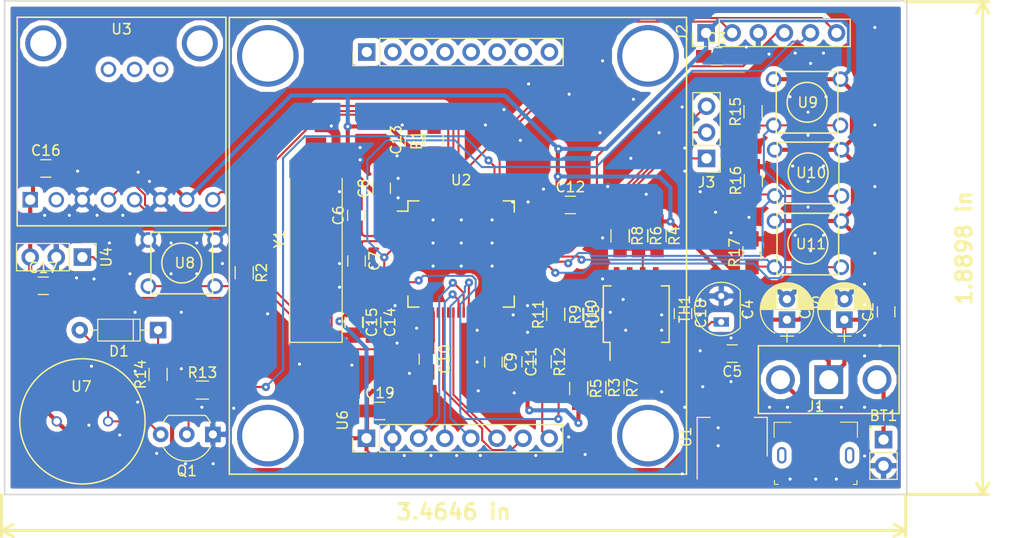
<source format=kicad_pcb>
(kicad_pcb (version 20171130) (host pcbnew 5.0.2-bee76a0~70~ubuntu16.04.1)
  (layers (0 F.Cu signal) (31 B.Cu signal) (34 B.Paste user hide) (35 F.Paste user hide) (36 B.SilkS user) (37 F.SilkS user) (38 B.Mask user hide) (39 F.Mask user hide) (44 Edge.Cuts user))
  (net 0 "")
  (net 1 /Data+)
  (net 2 "Net-(J1-Pad4)")
  (net 3 GND)
  (net 4 /Data-)
  (net 5 +5V)
  (net 6 /SWO)
  (net 7 /NRST)
  (net 8 /SWDIO)
  (net 9 /SWCLK)
  (net 10 +3V3)
  (net 11 /USART1_CK)
  (net 12 /USART1_TX)
  (net 13 /USART1_RX)
  (net 14 +BATT)
  (net 15 +VIN)
  (net 16 "Net-(R7-Pad2)")
  (net 17 "Net-(U3-Pad2)")
  (net 18 /I2C1_SCL)
  (net 19 /I2C1_SDA)
  (net 20 /CS_INT)
  (net 21 /PULSESIG)
  (net 22 "/Temp Sensor/INAMPFB")
  (net 23 "/Temp Sensor/WBRIDGE-")
  (net 24 "Net-(U5-Pad5)")
  (net 25 "Net-(U5-Pad4)")
  (net 26 "/Temp Sensor/WBRIDGE+")
  (net 27 /TEMPOUT)
  (net 28 /Display/LED)
  (net 29 /SPI1_SCK)
  (net 30 /SPI1_MOSI)
  (net 31 /LCD_DC)
  (net 32 /LCD_RST)
  (net 33 /LCD_SCE)
  (net 34 "Net-(D1-Pad2)")
  (net 35 /TIM_START)
  (net 36 /TIM_INC)
  (net 37 /TIM_RES)
  (net 38 /XTAL+)
  (net 39 /XTAL-)
  (net 40 "Net-(C9-Pad1)")
  (net 41 "Net-(R1-Pad1)")
  (net 42 "Net-(R10-Pad2)")
  (net 43 /TIM3_CH1)
  (net 44 "Net-(Q1-Pad2)")
  (net 45 /PIEZOPWM)
  (net 46 "Net-(D1-Pad1)")
  (net 47 "Net-(U2-Pad62)")
  (net 48 "Net-(U2-Pad61)")
  (net 49 "Net-(U2-Pad56)")
  (net 50 "Net-(U2-Pad54)")
  (net 51 "Net-(U2-Pad53)")
  (net 52 "Net-(U2-Pad52)")
  (net 53 "Net-(U2-Pad51)")
  (net 54 "Net-(U2-Pad45)")
  (net 55 "Net-(U2-Pad44)")
  (net 56 "Net-(U2-Pad36)")
  (net 57 "Net-(U2-Pad35)")
  (net 58 "Net-(U2-Pad34)")
  (net 59 "Net-(U2-Pad33)")
  (net 60 "Net-(U2-Pad29)")
  (net 61 "Net-(U2-Pad20)")
  (net 62 "Net-(U2-Pad17)")
  (net 63 "Net-(U2-Pad16)")
  (net 64 "Net-(U2-Pad11)")
  (net 65 "Net-(U2-Pad4)")
  (net 66 "Net-(U2-Pad3)")
  (net 67 "Net-(U2-Pad2)")
  (net 68 "Net-(U2-Pad28)")
  (net 69 "Net-(U2-Pad27)")
  (net 70 "Net-(U2-Pad10)")
  (net 71 "Net-(U2-Pad9)")
  (net 72 "Net-(U2-Pad8)")
  (net 73 "Net-(U2-Pad22)")
  (module PASC:Nokia5110 (layer F.Cu) (at 139.42 70.27)
    (fp_text reference U6 (at -11.23 17 90) (layer F.SilkS))
    (fp_text value Nokia5110)
    (pad 8 thru_hole oval (at 8.88 18.75 90) (size 1.7 1.7) (drill 1) (layers *.Cu *.Mask) (net 28 /Display/LED))
    (pad 7 thru_hole oval (at 6.34 18.75 90) (size 1.7 1.7) (drill 1) (layers *.Cu *.Mask) (net 29 /SPI1_SCK))
    (pad 6 thru_hole oval (at 3.8 18.75 90) (size 1.7 1.7) (drill 1) (layers *.Cu *.Mask) (net 30 /SPI1_MOSI))
    (pad 5 thru_hole oval (at 1.26 18.75 90) (size 1.7 1.7) (drill 1) (layers *.Cu *.Mask) (net 31 /LCD_DC))
    (pad 4 thru_hole oval (at -1.28 18.75 90) (size 1.7 1.7) (drill 1) (layers *.Cu *.Mask) (net 32 /LCD_RST))
    (pad 3 thru_hole oval (at -3.82 18.75 90) (size 1.7 1.7) (drill 1) (layers *.Cu *.Mask) (net 33 /LCD_SCE))
    (pad 2 thru_hole oval (at -6.36 18.75 90) (size 1.7 1.7) (drill 1) (layers *.Cu *.Mask) (net 3 GND))
    (pad 1 thru_hole rect (at -8.9 18.75 90) (size 1.7 1.7) (drill 1) (layers *.Cu *.Mask) (net 10 +3V3))
    (pad "" thru_hole oval (at -3.79319 -18.875125 90) (size 1.7 1.7) (drill 1) (layers *.Cu *.Mask))
    (pad "" thru_hole oval (at 1.28681 -18.875125 90) (size 1.7 1.7) (drill 1) (layers *.Cu *.Mask))
    (pad "" thru_hole oval (at -1.25319 -18.875125 90) (size 1.7 1.7) (drill 1) (layers *.Cu *.Mask))
    (pad "" thru_hole oval (at 6.36681 -18.875125 90) (size 1.7 1.7) (drill 1) (layers *.Cu *.Mask))
    (pad "" thru_hole oval (at 3.82681 -18.875125 90) (size 1.7 1.7) (drill 1) (layers *.Cu *.Mask))
    (pad "" thru_hole oval (at 8.90681 -18.875125 90) (size 1.7 1.7) (drill 1) (layers *.Cu *.Mask))
    (pad "" thru_hole oval (at -6.33319 -18.875125 90) (size 1.7 1.7) (drill 1) (layers *.Cu *.Mask))
    (pad "" thru_hole rect (at -8.87319 -18.875125 90) (size 1.7 1.7) (drill 1) (layers *.Cu *.Mask))
    (pad "" thru_hole circle (at -18.5 18.5) (size 6 6) (drill 5) (layers *.Cu *.Mask))
    (pad "" thru_hole circle (at 18.5 18.5) (size 6 6) (drill 5) (layers *.Cu *.Mask))
    (pad "" thru_hole circle (at 18.5 -18.5) (size 6 6) (drill 5) (layers *.Cu *.Mask))
    (pad "" thru_hole circle (at -18.5 -18.5) (size 6 6) (drill 5) (layers *.Cu *.Mask))
  )
  (module Housings_SOIC:SO-8_5.3x6.2mm_Pitch1.27mm (layer F.Cu) (at 156.775 76.925 90)
    (fp_text reference U5 (at 0 -4.13 90) (layer F.SilkS))
    (fp_text value MAX4460ESA+)
    (pad 1 smd rect (at -3.7 -1.905 90) (size 1.75 0.55) (layers F.Cu F.Paste F.Mask) (net 27 /TEMPOUT))
    (pad 2 smd rect (at -3.7 -0.635 90) (size 1.75 0.55) (layers F.Cu F.Paste F.Mask) (net 3 GND))
    (pad 3 smd rect (at -3.7 0.635 90) (size 1.75 0.55) (layers F.Cu F.Paste F.Mask) (net 26 "/Temp Sensor/WBRIDGE+"))
    (pad 4 smd rect (at -3.7 1.905 90) (size 1.75 0.55) (layers F.Cu F.Paste F.Mask) (net 25 "Net-(U5-Pad4)"))
    (pad 5 smd rect (at 3.7 1.905 90) (size 1.75 0.55) (layers F.Cu F.Paste F.Mask) (net 24 "Net-(U5-Pad5)"))
    (pad 6 smd rect (at 3.7 0.635 90) (size 1.75 0.55) (layers F.Cu F.Paste F.Mask) (net 23 "/Temp Sensor/WBRIDGE-"))
    (pad 7 smd rect (at 3.7 -0.635 90) (size 1.75 0.55) (layers F.Cu F.Paste F.Mask) (net 10 +3V3))
    (pad 8 smd rect (at 3.7 -1.905 90) (size 1.75 0.55) (layers F.Cu F.Paste F.Mask) (net 22 "/Temp Sensor/INAMPFB"))
  )
  (module Pin_Headers:Pin_Header_Straight_1x02_Pitch2.54mm (layer F.Cu) (at 180.848 89.154)
    (fp_text reference BT1 (at 0 -2.33) (layer F.SilkS))
    (fp_text value Battery)
    (pad 2 thru_hole oval (at 0 2.54) (size 1.7 1.7) (drill 1) (layers *.Cu *.Mask) (net 3 GND))
    (pad 1 thru_hole rect (at 0 0) (size 1.7 1.7) (drill 1) (layers *.Cu *.Mask) (net 14 +BATT))
  )
  (module Capacitors_THT:CP_Radial_D5.0mm_P2.00mm (layer F.Cu) (at 177.038 77.47 90)
    (fp_text reference C1 (at 1 -3.81 90) (layer F.SilkS))
    (fp_text value 10u)
    (pad 2 thru_hole circle (at 2 0 90) (size 1.6 1.6) (drill 0.8) (layers *.Cu *.Mask) (net 3 GND))
    (pad 1 thru_hole rect (at 0 0 90) (size 1.6 1.6) (drill 0.8) (layers *.Cu *.Mask) (net 15 +VIN))
  )
  (module Capacitors_SMD:C_0805_HandSoldering (layer F.Cu) (at 181.102 76.708 90)
    (fp_text reference C2 (at 0 -1.75 90) (layer F.SilkS))
    (fp_text value 100n)
    (pad 2 smd rect (at 1.25 0 90) (size 1.5 1.25) (layers F.Cu F.Paste F.Mask) (net 3 GND))
    (pad 1 smd rect (at -1.25 0 90) (size 1.5 1.25) (layers F.Cu F.Paste F.Mask) (net 15 +VIN))
  )
  (module Capacitors_SMD:C_0805_HandSoldering (layer F.Cu) (at 164.592 51.816)
    (fp_text reference C3 (at 0 -1.75) (layer F.SilkS))
    (fp_text value 100n)
    (pad 1 smd rect (at -1.25 0) (size 1.5 1.25) (layers F.Cu F.Paste F.Mask) (net 10 +3V3))
    (pad 2 smd rect (at 1.25 0) (size 1.5 1.25) (layers F.Cu F.Paste F.Mask) (net 3 GND))
  )
  (module Capacitors_THT:CP_Radial_D5.0mm_P2.00mm (layer F.Cu) (at 171.45 77.47 90)
    (fp_text reference C4 (at 1 -3.81 90) (layer F.SilkS))
    (fp_text value 10u)
    (pad 1 thru_hole rect (at 0 0 90) (size 1.6 1.6) (drill 0.8) (layers *.Cu *.Mask) (net 10 +3V3))
    (pad 2 thru_hole circle (at 2 0 90) (size 1.6 1.6) (drill 0.8) (layers *.Cu *.Mask) (net 3 GND))
  )
  (module Capacitors_SMD:C_0805_HandSoldering (layer F.Cu) (at 166.116 80.772 180)
    (fp_text reference C5 (at 0 -1.75 180) (layer F.SilkS))
    (fp_text value 100n)
    (pad 1 smd rect (at -1.25 0 180) (size 1.5 1.25) (layers F.Cu F.Paste F.Mask) (net 10 +3V3))
    (pad 2 smd rect (at 1.25 0 180) (size 1.5 1.25) (layers F.Cu F.Paste F.Mask) (net 3 GND))
  )
  (module Capacitors_SMD:C_0805_HandSoldering (layer F.Cu) (at 129.535 67.31 90)
    (fp_text reference C6 (at 0 -1.75 90) (layer F.SilkS))
    (fp_text value 18p)
    (pad 1 smd rect (at -1.25 0 90) (size 1.5 1.25) (layers F.Cu F.Paste F.Mask) (net 38 /XTAL+))
    (pad 2 smd rect (at 1.25 0 90) (size 1.5 1.25) (layers F.Cu F.Paste F.Mask) (net 3 GND))
  )
  (module Capacitors_SMD:C_0805_HandSoldering (layer F.Cu) (at 129.55 71.75 270)
    (fp_text reference C7 (at 0 -1.75 270) (layer F.SilkS))
    (fp_text value 18p)
    (pad 2 smd rect (at 1.25 0 270) (size 1.5 1.25) (layers F.Cu F.Paste F.Mask) (net 3 GND))
    (pad 1 smd rect (at -1.25 0 270) (size 1.5 1.25) (layers F.Cu F.Paste F.Mask) (net 39 /XTAL-))
  )
  (module Capacitors_SMD:C_0805_HandSoldering (layer F.Cu) (at 132 64.675 90)
    (fp_text reference C8 (at 0 -1.75 90) (layer F.SilkS))
    (fp_text value 4.7u)
    (pad 1 smd rect (at -1.25 0 90) (size 1.5 1.25) (layers F.Cu F.Paste F.Mask) (net 10 +3V3))
    (pad 2 smd rect (at 1.25 0 90) (size 1.5 1.25) (layers F.Cu F.Paste F.Mask) (net 3 GND))
  )
  (module Capacitors_SMD:C_0805_HandSoldering (layer F.Cu) (at 142.875 81.6 270)
    (fp_text reference C9 (at 0 -1.75 270) (layer F.SilkS))
    (fp_text value 4.7u)
    (pad 2 smd rect (at 1.25 0 270) (size 1.5 1.25) (layers F.Cu F.Paste F.Mask) (net 3 GND))
    (pad 1 smd rect (at -1.25 0 270) (size 1.5 1.25) (layers F.Cu F.Paste F.Mask) (net 40 "Net-(C9-Pad1)"))
  )
  (module Capacitors_SMD:C_0805_HandSoldering (layer F.Cu) (at 136.5 81.31 270)
    (fp_text reference C10 (at -0.015001 -1.600001 270) (layer F.SilkS))
    (fp_text value 100n)
    (pad 2 smd rect (at 1.25 0 270) (size 1.5 1.25) (layers F.Cu F.Paste F.Mask) (net 3 GND))
    (pad 1 smd rect (at -1.25 0 270) (size 1.5 1.25) (layers F.Cu F.Paste F.Mask) (net 10 +3V3))
  )
  (module Capacitors_SMD:C_0805_HandSoldering (layer F.Cu) (at 144.8 81.575 270)
    (fp_text reference C11 (at 0 -1.75 270) (layer F.SilkS))
    (fp_text value 100n)
    (pad 2 smd rect (at 1.25 0 270) (size 1.5 1.25) (layers F.Cu F.Paste F.Mask) (net 3 GND))
    (pad 1 smd rect (at -1.25 0 270) (size 1.5 1.25) (layers F.Cu F.Paste F.Mask) (net 10 +3V3))
  )
  (module Capacitors_SMD:C_0805_HandSoldering (layer F.Cu) (at 150.368 66.294)
    (fp_text reference C12 (at 0 -1.75) (layer F.SilkS))
    (fp_text value 100n)
    (pad 1 smd rect (at -1.25 0) (size 1.5 1.25) (layers F.Cu F.Paste F.Mask) (net 10 +3V3))
    (pad 2 smd rect (at 1.25 0) (size 1.5 1.25) (layers F.Cu F.Paste F.Mask) (net 3 GND))
  )
  (module Capacitors_SMD:C_0805_HandSoldering (layer F.Cu) (at 135.15 59.95 90)
    (fp_text reference C13 (at 0 -1.75 90) (layer F.SilkS))
    (fp_text value 100n)
    (pad 2 smd rect (at 1.25 0 90) (size 1.5 1.25) (layers F.Cu F.Paste F.Mask) (net 3 GND))
    (pad 1 smd rect (at -1.25 0 90) (size 1.5 1.25) (layers F.Cu F.Paste F.Mask) (net 10 +3V3))
  )
  (module Capacitors_SMD:C_0805_HandSoldering (layer F.Cu) (at 131.064 77.724 270)
    (fp_text reference C14 (at 0 -1.75 270) (layer F.SilkS))
    (fp_text value 100n)
    (pad 1 smd rect (at -1.25 0 270) (size 1.5 1.25) (layers F.Cu F.Paste F.Mask) (net 10 +3V3))
    (pad 2 smd rect (at 1.25 0 270) (size 1.5 1.25) (layers F.Cu F.Paste F.Mask) (net 3 GND))
  )
  (module Capacitors_SMD:C_0805_HandSoldering (layer F.Cu) (at 129.286 77.724 270)
    (fp_text reference C15 (at 0 -1.75 270) (layer F.SilkS))
    (fp_text value 1u)
    (pad 2 smd rect (at 1.25 0 270) (size 1.5 1.25) (layers F.Cu F.Paste F.Mask) (net 3 GND))
    (pad 1 smd rect (at -1.25 0 270) (size 1.5 1.25) (layers F.Cu F.Paste F.Mask) (net 10 +3V3))
  )
  (module Capacitors_SMD:C_0805_HandSoldering (layer F.Cu) (at 99.314 62.738)
    (fp_text reference C16 (at 0 -1.75) (layer F.SilkS))
    (fp_text value 100n)
    (pad 1 smd rect (at -1.25 0) (size 1.5 1.25) (layers F.Cu F.Paste F.Mask) (net 10 +3V3))
    (pad 2 smd rect (at 1.25 0) (size 1.5 1.25) (layers F.Cu F.Paste F.Mask) (net 3 GND))
  )
  (module Capacitors_SMD:C_0805_HandSoldering (layer F.Cu) (at 99.06 74.168)
    (fp_text reference C17 (at 0 -1.75) (layer F.SilkS))
    (fp_text value 100n)
    (pad 1 smd rect (at -1.25 0) (size 1.5 1.25) (layers F.Cu F.Paste F.Mask) (net 10 +3V3))
    (pad 2 smd rect (at 1.25 0) (size 1.5 1.25) (layers F.Cu F.Paste F.Mask) (net 3 GND))
  )
  (module Capacitors_SMD:C_0805_HandSoldering (layer F.Cu) (at 161.325 76.875 270)
    (fp_text reference C18 (at 0 -1.75 270) (layer F.SilkS))
    (fp_text value 100n)
    (pad 2 smd rect (at 1.25 0 270) (size 1.5 1.25) (layers F.Cu F.Paste F.Mask) (net 3 GND))
    (pad 1 smd rect (at -1.25 0 270) (size 1.5 1.25) (layers F.Cu F.Paste F.Mask) (net 10 +3V3))
  )
  (module Capacitors_SMD:C_0805_HandSoldering (layer F.Cu) (at 131.826 86.36)
    (fp_text reference C19 (at 0 -1.75) (layer F.SilkS))
    (fp_text value 1u)
    (pad 2 smd rect (at 1.25 0) (size 1.5 1.25) (layers F.Cu F.Paste F.Mask) (net 3 GND))
    (pad 1 smd rect (at -1.25 0) (size 1.5 1.25) (layers F.Cu F.Paste F.Mask) (net 10 +3V3))
  )
  (module Diodes_THT:D_DO-35_SOD27_P7.62mm_Horizontal (layer F.Cu) (at 110.236 78.486 180)
    (fp_text reference D1 (at 3.81 -2.06 180) (layer F.SilkS))
    (fp_text value 1N4148)
    (pad 2 thru_hole oval (at 7.62 0 180) (size 1.6 1.6) (drill 0.8) (layers *.Cu *.Mask) (net 34 "Net-(D1-Pad2)"))
    (pad 1 thru_hole rect (at 0 0 180) (size 1.6 1.6) (drill 0.8) (layers *.Cu *.Mask) (net 46 "Net-(D1-Pad1)"))
  )
  (module PASC:USB_Micro_B_Female_10118193-0001LF (layer F.Cu) (at 174.244 90.678)
    (fp_text reference J1 (at 0 -4.75) (layer F.SilkS))
    (fp_text value USB_B_Micro)
    (pad 3 smd rect (at 0 -2.675) (size 0.4 1.35) (layers F.Cu F.Paste F.Mask) (net 1 /Data+))
    (pad 4 smd rect (at 0.65 -2.675) (size 0.4 1.35) (layers F.Cu F.Paste F.Mask) (net 2 "Net-(J1-Pad4)"))
    (pad 5 smd rect (at 1.3 -2.675) (size 0.4 1.35) (layers F.Cu F.Paste F.Mask) (net 3 GND))
    (pad 2 smd rect (at -0.65 -2.675) (size 0.4 1.35) (layers F.Cu F.Paste F.Mask) (net 4 /Data-))
    (pad 1 smd rect (at -1.3 -2.675) (size 0.4 1.35) (layers F.Cu F.Paste F.Mask) (net 5 +5V))
    (pad "" thru_hole oval (at 3.3 0) (size 0.9 1.6) (drill oval 0.5 1.2) (layers *.Cu *.Mask))
    (pad "" thru_hole oval (at -3.3 0) (size 0.9 1.6) (drill oval 0.5 1.2) (layers *.Cu *.Mask))
    (pad "" smd rect (at -3.2 -2.45) (size 1.6 1.4) (layers F.Cu F.Paste F.Mask))
    (pad "" smd rect (at 3.2 -2.45) (size 1.6 1.4) (layers F.Cu F.Paste F.Mask))
    (pad "" smd rect (at -1.2 0) (size 1.9 1.9) (layers F.Cu F.Paste F.Mask))
    (pad "" smd rect (at 1.2 0) (size 1.9 1.9) (layers F.Cu F.Paste F.Mask))
  )
  (module Pin_Headers:Pin_Header_Straight_1x06_Pitch2.54mm (layer F.Cu) (at 163.576 49.53 90)
    (fp_text reference J2 (at 0 -2.33 90) (layer F.SilkS))
    (fp_text value "6P Male")
    (pad 6 thru_hole oval (at 0 12.7 90) (size 1.7 1.7) (drill 1) (layers *.Cu *.Mask) (net 6 /SWO))
    (pad 5 thru_hole oval (at 0 10.16 90) (size 1.7 1.7) (drill 1) (layers *.Cu *.Mask) (net 7 /NRST))
    (pad 4 thru_hole oval (at 0 7.62 90) (size 1.7 1.7) (drill 1) (layers *.Cu *.Mask) (net 8 /SWDIO))
    (pad 3 thru_hole oval (at 0 5.08 90) (size 1.7 1.7) (drill 1) (layers *.Cu *.Mask) (net 3 GND))
    (pad 2 thru_hole oval (at 0 2.54 90) (size 1.7 1.7) (drill 1) (layers *.Cu *.Mask) (net 9 /SWCLK))
    (pad 1 thru_hole rect (at 0 0 90) (size 1.7 1.7) (drill 1) (layers *.Cu *.Mask) (net 10 +3V3))
  )
  (module Pin_Headers:Pin_Header_Straight_1x03_Pitch2.54mm (layer F.Cu) (at 163.62 61.76 180)
    (fp_text reference J3 (at 0 -2.33 180) (layer F.SilkS))
    (fp_text value Conn_01x03_Male)
    (pad 3 thru_hole oval (at 0 5.08 180) (size 1.7 1.7) (drill 1) (layers *.Cu *.Mask) (net 13 /USART1_RX))
    (pad 2 thru_hole oval (at 0 2.54 180) (size 1.7 1.7) (drill 1) (layers *.Cu *.Mask) (net 12 /USART1_TX))
    (pad 1 thru_hole rect (at 0 0 180) (size 1.7 1.7) (drill 1) (layers *.Cu *.Mask) (net 11 /USART1_CK))
  )
  (module TO_SOT_Packages_THT:TO-92_Inline_Wide (layer F.Cu) (at 115.57 88.646 180)
    (fp_text reference Q1 (at 2.54 -3.56) (layer F.SilkS))
    (fp_text value 2N3904)
    (pad 1 thru_hole rect (at 0 0 270) (size 1.52 1.52) (drill 0.8) (layers *.Cu *.Mask) (net 3 GND))
    (pad 3 thru_hole circle (at 5.08 0 270) (size 1.52 1.52) (drill 0.8) (layers *.Cu *.Mask) (net 34 "Net-(D1-Pad2)"))
    (pad 2 thru_hole circle (at 2.54 0 270) (size 1.52 1.52) (drill 0.8) (layers *.Cu *.Mask) (net 44 "Net-(Q1-Pad2)"))
  )
  (module Resistors_SMD:R_0805_HandSoldering (layer F.Cu) (at 137.1 59.975 90)
    (fp_text reference R1 (at 0 -1.7 90) (layer F.SilkS))
    (fp_text value 10k)
    (pad 2 smd rect (at 1.35 0 90) (size 1.5 1.3) (layers F.Cu F.Paste F.Mask) (net 3 GND))
    (pad 1 smd rect (at -1.35 0 90) (size 1.5 1.3) (layers F.Cu F.Paste F.Mask) (net 41 "Net-(R1-Pad1)"))
  )
  (module Resistors_SMD:R_0805_HandSoldering (layer F.Cu) (at 118.618 72.898 270)
    (fp_text reference R2 (at 0 -1.7 270) (layer F.SilkS))
    (fp_text value 10k)
    (pad 2 smd rect (at 1.35 0 270) (size 1.5 1.3) (layers F.Cu F.Paste F.Mask) (net 7 /NRST))
    (pad 1 smd rect (at -1.35 0 270) (size 1.5 1.3) (layers F.Cu F.Paste F.Mask) (net 10 +3V3))
  )
  (module Resistors_SMD:R_0805_HandSoldering (layer F.Cu) (at 152.95 84.1 270)
    (fp_text reference R3 (at 0 -1.7 270) (layer F.SilkS))
    (fp_text value 8.2k)
    (pad 1 smd rect (at -1.35 0 270) (size 1.5 1.3) (layers F.Cu F.Paste F.Mask) (net 26 "/Temp Sensor/WBRIDGE+"))
    (pad 2 smd rect (at 1.35 0 270) (size 1.5 1.3) (layers F.Cu F.Paste F.Mask) (net 10 +3V3))
  )
  (module Resistors_SMD:R_0805_HandSoldering (layer F.Cu) (at 158.8 69.3 270)
    (fp_text reference R4 (at 0 -1.7 270) (layer F.SilkS))
    (fp_text value 8.2k)
    (pad 1 smd rect (at -1.35 0 270) (size 1.5 1.3) (layers F.Cu F.Paste F.Mask) (net 10 +3V3))
    (pad 2 smd rect (at 1.35 0 270) (size 1.5 1.3) (layers F.Cu F.Paste F.Mask) (net 23 "/Temp Sensor/WBRIDGE-"))
  )
  (module Resistors_SMD:R_0805_HandSoldering (layer F.Cu) (at 151.175 84.175 270)
    (fp_text reference R5 (at 0 -1.7 270) (layer F.SilkS))
    (fp_text value 270k)
    (pad 2 smd rect (at 1.35 0 270) (size 1.5 1.3) (layers F.Cu F.Paste F.Mask) (net 10 +3V3))
    (pad 1 smd rect (at -1.35 0 270) (size 1.5 1.3) (layers F.Cu F.Paste F.Mask) (net 26 "/Temp Sensor/WBRIDGE+"))
  )
  (module Resistors_SMD:R_0805_HandSoldering (layer F.Cu) (at 157 69.3 270)
    (fp_text reference R6 (at 0 -1.712 270) (layer F.SilkS))
    (fp_text value 270k)
    (pad 1 smd rect (at -1.35 0 270) (size 1.5 1.3) (layers F.Cu F.Paste F.Mask) (net 10 +3V3))
    (pad 2 smd rect (at 1.35 0 270) (size 1.5 1.3) (layers F.Cu F.Paste F.Mask) (net 23 "/Temp Sensor/WBRIDGE-"))
  )
  (module Resistors_SMD:R_0805_HandSoldering (layer F.Cu) (at 154.7 84.1 270)
    (fp_text reference R7 (at 0 -1.7 270) (layer F.SilkS))
    (fp_text value 1k)
    (pad 2 smd rect (at 1.35 0 270) (size 1.5 1.3) (layers F.Cu F.Paste F.Mask) (net 16 "Net-(R7-Pad2)"))
    (pad 1 smd rect (at -1.35 0 270) (size 1.5 1.3) (layers F.Cu F.Paste F.Mask) (net 26 "/Temp Sensor/WBRIDGE+"))
  )
  (module Resistors_SMD:R_0805_HandSoldering (layer F.Cu) (at 155.2 69.3 270)
    (fp_text reference R8 (at 0 -1.7 270) (layer F.SilkS))
    (fp_text value 1.8k)
    (pad 2 smd rect (at 1.35 0 270) (size 1.5 1.3) (layers F.Cu F.Paste F.Mask) (net 23 "/Temp Sensor/WBRIDGE-"))
    (pad 1 smd rect (at -1.35 0 270) (size 1.5 1.3) (layers F.Cu F.Paste F.Mask) (net 3 GND))
  )
  (module Resistors_SMD:R_0805_HandSoldering (layer F.Cu) (at 152.553 76.97 90)
    (fp_text reference R9 (at 0 -1.7 90) (layer F.SilkS))
    (fp_text value 100k)
    (pad 2 smd rect (at 1.35 0 90) (size 1.5 1.3) (layers F.Cu F.Paste F.Mask) (net 22 "/Temp Sensor/INAMPFB"))
    (pad 1 smd rect (at -1.35 0 90) (size 1.5 1.3) (layers F.Cu F.Paste F.Mask) (net 27 /TEMPOUT))
  )
  (module Resistors_SMD:R_0805_HandSoldering (layer F.Cu) (at 150.693 76.94 270)
    (fp_text reference R10 (at 0 -1.7 270) (layer F.SilkS))
    (fp_text value 2.7k)
    (pad 1 smd rect (at -1.35 0 270) (size 1.5 1.3) (layers F.Cu F.Paste F.Mask) (net 22 "/Temp Sensor/INAMPFB"))
    (pad 2 smd rect (at 1.35 0 270) (size 1.5 1.3) (layers F.Cu F.Paste F.Mask) (net 42 "Net-(R10-Pad2)"))
  )
  (module Resistors_SMD:R_0805_HandSoldering (layer F.Cu) (at 148.943 76.95 90)
    (fp_text reference R11 (at 0 -1.7 90) (layer F.SilkS))
    (fp_text value 820)
    (pad 2 smd rect (at 1.35 0 90) (size 1.5 1.3) (layers F.Cu F.Paste F.Mask) (net 3 GND))
    (pad 1 smd rect (at -1.35 0 90) (size 1.5 1.3) (layers F.Cu F.Paste F.Mask) (net 42 "Net-(R10-Pad2)"))
  )
  (module Resistors_SMD:R_0805_HandSoldering (layer F.Cu) (at 147.625 81.575 270)
    (fp_text reference R12 (at 0 -1.7 270) (layer F.SilkS))
    (fp_text value 330)
    (pad 1 smd rect (at -1.35 0 270) (size 1.5 1.3) (layers F.Cu F.Paste F.Mask) (net 43 /TIM3_CH1))
    (pad 2 smd rect (at 1.35 0 270) (size 1.5 1.3) (layers F.Cu F.Paste F.Mask) (net 28 /Display/LED))
  )
  (module Resistors_SMD:R_0805_HandSoldering (layer F.Cu) (at 114.554 84.328)
    (fp_text reference R13 (at 0 -1.7) (layer F.SilkS))
    (fp_text value 1k)
    (pad 2 smd rect (at 1.35 0) (size 1.5 1.3) (layers F.Cu F.Paste F.Mask) (net 45 /PIEZOPWM))
    (pad 1 smd rect (at -1.35 0) (size 1.5 1.3) (layers F.Cu F.Paste F.Mask) (net 44 "Net-(Q1-Pad2)"))
  )
  (module Resistors_SMD:R_0805_HandSoldering (layer F.Cu) (at 110.236 82.804 90)
    (fp_text reference R14 (at 0 -1.7 90) (layer F.SilkS))
    (fp_text value 1k)
    (pad 2 smd rect (at 1.35 0 90) (size 1.5 1.3) (layers F.Cu F.Paste F.Mask) (net 46 "Net-(D1-Pad1)"))
    (pad 1 smd rect (at -1.35 0 90) (size 1.5 1.3) (layers F.Cu F.Paste F.Mask) (net 10 +3V3))
  )
  (module Resistors_SMD:R_0805_HandSoldering (layer F.Cu) (at 168.144 57.208 90)
    (fp_text reference R15 (at 0 -1.7 90) (layer F.SilkS))
    (fp_text value 1k)
    (pad 1 smd rect (at -1.35 0 90) (size 1.5 1.3) (layers F.Cu F.Paste F.Mask) (net 35 /TIM_START))
    (pad 2 smd rect (at 1.35 0 90) (size 1.5 1.3) (layers F.Cu F.Paste F.Mask) (net 3 GND))
  )
  (module Resistors_SMD:R_0805_HandSoldering (layer F.Cu) (at 168.174 63.918 90)
    (fp_text reference R16 (at 0 -1.7 90) (layer F.SilkS))
    (fp_text value 1k)
    (pad 1 smd rect (at -1.35 0 90) (size 1.5 1.3) (layers F.Cu F.Paste F.Mask) (net 36 /TIM_INC))
    (pad 2 smd rect (at 1.35 0 90) (size 1.5 1.3) (layers F.Cu F.Paste F.Mask) (net 3 GND))
  )
  (module Resistors_SMD:R_0805_HandSoldering (layer F.Cu) (at 168.044 70.948 90)
    (fp_text reference R17 (at 0 -1.7 90) (layer F.SilkS))
    (fp_text value 1k)
    (pad 1 smd rect (at -1.35 0 90) (size 1.5 1.3) (layers F.Cu F.Paste F.Mask) (net 37 /TIM_RES))
    (pad 2 smd rect (at 1.35 0 90) (size 1.5 1.3) (layers F.Cu F.Paste F.Mask) (net 3 GND))
  )
  (module PASC:SPDT-100 (layer F.Cu) (at 175.514 83.312 180)
    (fp_text reference SW1 (at 0.25 7.5 180) (layer F.SilkS))
    (fp_text value SW_SPDT)
    (pad 1 thru_hole circle (at -4.7 0 180) (size 2.8 2.8) (drill 1.85) (layers *.Cu *.Mask) (net 14 +BATT))
    (pad 2 thru_hole rect (at 0 0 180) (size 2.8 2.8) (drill 1.85) (layers *.Cu *.Mask) (net 15 +VIN))
    (pad 3 thru_hole circle (at 4.7 0 180) (size 2.8 2.8) (drill 1.85) (layers *.Cu *.Mask) (net 5 +5V))
  )
  (module TO_SOT_Packages_THT:TO-92-2pin_Inline_Narrow_Oval (layer F.Cu) (at 165.05 77.7 90)
    (fp_text reference TH1 (at 1.27 -3.56 90) (layer F.SilkS))
    (fp_text value PT1000)
    (pad 1 thru_hole rect (at 0 0 270) (size 0.9 1.5) (drill 0.6) (layers *.Cu *.Mask) (net 16 "Net-(R7-Pad2)"))
    (pad 2 thru_hole oval (at 2.54 0 270) (size 0.9 1.5) (drill 0.6) (layers *.Cu *.Mask) (net 3 GND))
  )
  (module TO_SOT_Packages_SMD:SOT-223-3_TabPin2 (layer F.Cu) (at 166.116 88.9 90)
    (fp_text reference U1 (at 0 -4.5 90) (layer F.SilkS))
    (fp_text value NCP1117-3.3_SOT223)
    (pad 1 smd rect (at -3.15 -2.3 90) (size 2 1.5) (layers F.Cu F.Paste F.Mask) (net 3 GND))
    (pad 3 smd rect (at -3.15 2.3 90) (size 2 1.5) (layers F.Cu F.Paste F.Mask) (net 15 +VIN))
    (pad 2 smd rect (at -3.15 0 90) (size 2 1.5) (layers F.Cu F.Paste F.Mask) (net 10 +3V3))
    (pad 2 smd rect (at 3.15 0 90) (size 2 3.8) (layers F.Cu F.Paste F.Mask) (net 10 +3V3))
  )
  (module Housings_QFP:LQFP-64_10x10mm_Pitch0.5mm (layer F.Cu) (at 139.73 71.07)
    (fp_text reference U2 (at 0 -7.2) (layer F.SilkS))
    (fp_text value STM32F411RETx)
    (pad 64 smd rect (at -3.75 -5.7 90) (size 1 0.25) (layers F.Cu F.Paste F.Mask) (net 10 +3V3))
    (pad 63 smd rect (at -3.25 -5.7 90) (size 1 0.25) (layers F.Cu F.Paste F.Mask) (net 3 GND))
    (pad 62 smd rect (at -2.75 -5.7 90) (size 1 0.25) (layers F.Cu F.Paste F.Mask) (net 47 "Net-(U2-Pad62)"))
    (pad 61 smd rect (at -2.25 -5.7 90) (size 1 0.25) (layers F.Cu F.Paste F.Mask) (net 48 "Net-(U2-Pad61)"))
    (pad 60 smd rect (at -1.75 -5.7 90) (size 1 0.25) (layers F.Cu F.Paste F.Mask) (net 41 "Net-(R1-Pad1)"))
    (pad 59 smd rect (at -1.25 -5.7 90) (size 1 0.25) (layers F.Cu F.Paste F.Mask) (net 19 /I2C1_SDA))
    (pad 58 smd rect (at -0.75 -5.7 90) (size 1 0.25) (layers F.Cu F.Paste F.Mask) (net 18 /I2C1_SCL))
    (pad 57 smd rect (at -0.25 -5.7 90) (size 1 0.25) (layers F.Cu F.Paste F.Mask) (net 20 /CS_INT))
    (pad 56 smd rect (at 0.25 -5.7 90) (size 1 0.25) (layers F.Cu F.Paste F.Mask) (net 49 "Net-(U2-Pad56)"))
    (pad 55 smd rect (at 0.75 -5.7 90) (size 1 0.25) (layers F.Cu F.Paste F.Mask) (net 6 /SWO))
    (pad 54 smd rect (at 1.25 -5.7 90) (size 1 0.25) (layers F.Cu F.Paste F.Mask) (net 50 "Net-(U2-Pad54)"))
    (pad 53 smd rect (at 1.75 -5.7 90) (size 1 0.25) (layers F.Cu F.Paste F.Mask) (net 51 "Net-(U2-Pad53)"))
    (pad 52 smd rect (at 2.25 -5.7 90) (size 1 0.25) (layers F.Cu F.Paste F.Mask) (net 52 "Net-(U2-Pad52)"))
    (pad 51 smd rect (at 2.75 -5.7 90) (size 1 0.25) (layers F.Cu F.Paste F.Mask) (net 53 "Net-(U2-Pad51)"))
    (pad 50 smd rect (at 3.25 -5.7 90) (size 1 0.25) (layers F.Cu F.Paste F.Mask) (net 45 /PIEZOPWM))
    (pad 49 smd rect (at 3.75 -5.7 90) (size 1 0.25) (layers F.Cu F.Paste F.Mask) (net 9 /SWCLK))
    (pad 48 smd rect (at 5.7 -3.75) (size 1 0.25) (layers F.Cu F.Paste F.Mask) (net 10 +3V3))
    (pad 47 smd rect (at 5.7 -3.25) (size 1 0.25) (layers F.Cu F.Paste F.Mask) (net 3 GND))
    (pad 46 smd rect (at 5.7 -2.75) (size 1 0.25) (layers F.Cu F.Paste F.Mask) (net 8 /SWDIO))
    (pad 45 smd rect (at 5.7 -2.25) (size 1 0.25) (layers F.Cu F.Paste F.Mask) (net 54 "Net-(U2-Pad45)"))
    (pad 44 smd rect (at 5.7 -1.75) (size 1 0.25) (layers F.Cu F.Paste F.Mask) (net 55 "Net-(U2-Pad44)"))
    (pad 43 smd rect (at 5.7 -1.25) (size 1 0.25) (layers F.Cu F.Paste F.Mask) (net 13 /USART1_RX))
    (pad 42 smd rect (at 5.7 -0.75) (size 1 0.25) (layers F.Cu F.Paste F.Mask) (net 12 /USART1_TX))
    (pad 41 smd rect (at 5.7 -0.25) (size 1 0.25) (layers F.Cu F.Paste F.Mask) (net 11 /USART1_CK))
    (pad 40 smd rect (at 5.7 0.25) (size 1 0.25) (layers F.Cu F.Paste F.Mask) (net 37 /TIM_RES))
    (pad 39 smd rect (at 5.7 0.75) (size 1 0.25) (layers F.Cu F.Paste F.Mask) (net 36 /TIM_INC))
    (pad 38 smd rect (at 5.7 1.25) (size 1 0.25) (layers F.Cu F.Paste F.Mask) (net 35 /TIM_START))
    (pad 37 smd rect (at 5.7 1.75) (size 1 0.25) (layers F.Cu F.Paste F.Mask) (net 43 /TIM3_CH1))
    (pad 36 smd rect (at 5.7 2.25) (size 1 0.25) (layers F.Cu F.Paste F.Mask) (net 56 "Net-(U2-Pad36)"))
    (pad 35 smd rect (at 5.7 2.75) (size 1 0.25) (layers F.Cu F.Paste F.Mask) (net 57 "Net-(U2-Pad35)"))
    (pad 34 smd rect (at 5.7 3.25) (size 1 0.25) (layers F.Cu F.Paste F.Mask) (net 58 "Net-(U2-Pad34)"))
    (pad 33 smd rect (at 5.7 3.75) (size 1 0.25) (layers F.Cu F.Paste F.Mask) (net 59 "Net-(U2-Pad33)"))
    (pad 32 smd rect (at 3.75 5.7 90) (size 1 0.25) (layers F.Cu F.Paste F.Mask) (net 10 +3V3))
    (pad 31 smd rect (at 3.25 5.7 90) (size 1 0.25) (layers F.Cu F.Paste F.Mask) (net 3 GND))
    (pad 30 smd rect (at 2.75 5.7 90) (size 1 0.25) (layers F.Cu F.Paste F.Mask) (net 40 "Net-(C9-Pad1)"))
    (pad 29 smd rect (at 2.25 5.7 90) (size 1 0.25) (layers F.Cu F.Paste F.Mask) (net 60 "Net-(U2-Pad29)"))
    (pad 28 smd rect (at 1.75 5.7 90) (size 1 0.25) (layers F.Cu F.Paste F.Mask) (net 68 "Net-(U2-Pad28)"))
    (pad 27 smd rect (at 1.25 5.7 90) (size 1 0.25) (layers F.Cu F.Paste F.Mask) (net 69 "Net-(U2-Pad27)"))
    (pad 26 smd rect (at 0.75 5.7 90) (size 1 0.25) (layers F.Cu F.Paste F.Mask) (net 31 /LCD_DC))
    (pad 25 smd rect (at 0.25 5.7 90) (size 1 0.25) (layers F.Cu F.Paste F.Mask) (net 33 /LCD_SCE))
    (pad 24 smd rect (at -0.25 5.7 90) (size 1 0.25) (layers F.Cu F.Paste F.Mask) (net 32 /LCD_RST))
    (pad 23 smd rect (at -0.75 5.7 90) (size 1 0.25) (layers F.Cu F.Paste F.Mask) (net 30 /SPI1_MOSI))
    (pad 22 smd rect (at -1.25 5.7 90) (size 1 0.25) (layers F.Cu F.Paste F.Mask) (net 73 "Net-(U2-Pad22)"))
    (pad 21 smd rect (at -1.75 5.7 90) (size 1 0.25) (layers F.Cu F.Paste F.Mask) (net 29 /SPI1_SCK))
    (pad 20 smd rect (at -2.25 5.7 90) (size 1 0.25) (layers F.Cu F.Paste F.Mask) (net 61 "Net-(U2-Pad20)"))
    (pad 19 smd rect (at -2.75 5.7 90) (size 1 0.25) (layers F.Cu F.Paste F.Mask) (net 10 +3V3))
    (pad 18 smd rect (at -3.25 5.7 90) (size 1 0.25) (layers F.Cu F.Paste F.Mask) (net 3 GND))
    (pad 17 smd rect (at -3.75 5.7 90) (size 1 0.25) (layers F.Cu F.Paste F.Mask) (net 62 "Net-(U2-Pad17)"))
    (pad 16 smd rect (at -5.7 3.75) (size 1 0.25) (layers F.Cu F.Paste F.Mask) (net 63 "Net-(U2-Pad16)"))
    (pad 15 smd rect (at -5.7 3.25) (size 1 0.25) (layers F.Cu F.Paste F.Mask) (net 21 /PULSESIG))
    (pad 14 smd rect (at -5.7 2.75) (size 1 0.25) (layers F.Cu F.Paste F.Mask) (net 27 /TEMPOUT))
    (pad 13 smd rect (at -5.7 2.25) (size 1 0.25) (layers F.Cu F.Paste F.Mask) (net 10 +3V3))
    (pad 12 smd rect (at -5.7 1.75) (size 1 0.25) (layers F.Cu F.Paste F.Mask) (net 3 GND))
    (pad 11 smd rect (at -5.7 1.25) (size 1 0.25) (layers F.Cu F.Paste F.Mask) (net 64 "Net-(U2-Pad11)"))
    (pad 10 smd rect (at -5.7 0.75) (size 1 0.25) (layers F.Cu F.Paste F.Mask) (net 70 "Net-(U2-Pad10)"))
    (pad 9 smd rect (at -5.7 0.25) (size 1 0.25) (layers F.Cu F.Paste F.Mask) (net 71 "Net-(U2-Pad9)"))
    (pad 8 smd rect (at -5.7 -0.25) (size 1 0.25) (layers F.Cu F.Paste F.Mask) (net 72 "Net-(U2-Pad8)"))
    (pad 7 smd rect (at -5.7 -0.75) (size 1 0.25) (layers F.Cu F.Paste F.Mask) (net 7 /NRST))
    (pad 6 smd rect (at -5.7 -1.25) (size 1 0.25) (layers F.Cu F.Paste F.Mask) (net 39 /XTAL-))
    (pad 5 smd rect (at -5.7 -1.75) (size 1 0.25) (layers F.Cu F.Paste F.Mask) (net 38 /XTAL+))
    (pad 4 smd rect (at -5.7 -2.25) (size 1 0.25) (layers F.Cu F.Paste F.Mask) (net 65 "Net-(U2-Pad4)"))
    (pad 3 smd rect (at -5.7 -2.75) (size 1 0.25) (layers F.Cu F.Paste F.Mask) (net 66 "Net-(U2-Pad3)"))
    (pad 2 smd rect (at -5.7 -3.25) (size 1 0.25) (layers F.Cu F.Paste F.Mask) (net 67 "Net-(U2-Pad2)"))
    (pad 1 smd rect (at -5.7 -3.75) (size 1 0.25) (layers F.Cu F.Paste F.Mask) (net 10 +3V3))
  )
  (module PASC:LIS3DH (layer F.Cu) (at 106.68 58.166)
    (fp_text reference U3 (at 0 -9) (layer F.SilkS))
    (fp_text value lis3dh_board)
    (pad 11 thru_hole circle (at 3.81 -5.08) (size 1.5 1.5) (drill 1) (layers *.Cu *.Mask))
    (pad 10 thru_hole circle (at 1.27 -5.08) (size 1.5 1.5) (drill 1) (layers *.Cu *.Mask))
    (pad 9 thru_hole circle (at -1.27 -5.08) (size 1.5 1.5) (drill 1) (layers *.Cu *.Mask))
    (pad 8 thru_hole circle (at 8.89 7.62) (size 1.5 1.5) (drill 1) (layers *.Cu *.Mask) (net 20 /CS_INT))
    (pad 7 thru_hole circle (at 6.35 7.62) (size 1.5 1.5) (drill 1) (layers *.Cu *.Mask) (net 10 +3V3))
    (pad 6 thru_hole circle (at 3.81 7.62) (size 1.5 1.5) (drill 1) (layers *.Cu *.Mask) (net 3 GND))
    (pad 5 thru_hole circle (at 1.27 7.62) (size 1.5 1.5) (drill 1) (layers *.Cu *.Mask) (net 19 /I2C1_SDA))
    (pad 4 thru_hole circle (at -1.27 7.62) (size 1.5 1.5) (drill 1) (layers *.Cu *.Mask) (net 18 /I2C1_SCL))
    (pad 3 thru_hole circle (at -3.81 7.62) (size 1.5 1.5) (drill 1) (layers *.Cu *.Mask) (net 3 GND))
    (pad 2 thru_hole circle (at -6.35 7.62) (size 1.5 1.5) (drill 1) (layers *.Cu *.Mask) (net 17 "Net-(U3-Pad2)"))
    (pad 1 thru_hole rect (at -8.89 7.62) (size 1.5 1.5) (drill 1) (layers *.Cu *.Mask) (net 10 +3V3))
    (pad "" thru_hole circle (at 7.62 -7.62) (size 3.5 3.5) (drill 2.54) (layers *.Cu *.Mask))
    (pad "" thru_hole circle (at -7.62 -7.62) (size 3.5 3.5) (drill 2.54) (layers *.Cu *.Mask))
  )
  (module Pin_Headers:Pin_Header_Straight_1x03_Pitch2.54mm (layer F.Cu) (at 102.87 71.374 270)
    (fp_text reference U4 (at 0 -2.33 270) (layer F.SilkS))
    (fp_text value Pulse_sensor)
    (pad 1 thru_hole rect (at 0 0 270) (size 1.7 1.7) (drill 1) (layers *.Cu *.Mask) (net 21 /PULSESIG))
    (pad 2 thru_hole oval (at 0 2.54 270) (size 1.7 1.7) (drill 1) (layers *.Cu *.Mask) (net 3 GND))
    (pad 3 thru_hole oval (at 0 5.08 270) (size 1.7 1.7) (drill 1) (layers *.Cu *.Mask) (net 10 +3V3))
  )
  (module PASC:Piezo (layer F.Cu) (at 102.87 87.376)
    (fp_text reference U7 (at -0.1 -3.4) (layer F.SilkS))
    (fp_text value piezo)
    (pad 1 thru_hole circle (at -2.5 0) (size 1 1) (drill 0.65) (layers *.Cu *.Mask) (net 10 +3V3))
    (pad 2 thru_hole circle (at 2.5 0) (size 1 1) (drill 0.65) (layers *.Cu *.Mask) (net 34 "Net-(D1-Pad2)"))
  )
  (module PASC:Momentswitch (layer F.Cu) (at 112.54 71.95)
    (fp_text reference U8 (at 0.3 0) (layer F.SilkS))
    (fp_text value MomentSwitch)
    (pad 4 thru_hole circle (at 3.25 2.25) (size 1.524 1.524) (drill 1) (layers *.Cu *.Mask) (net 7 /NRST))
    (pad 3 thru_hole circle (at -3.25 2.25) (size 1.524 1.524) (drill 1) (layers *.Cu *.Mask) (net 7 /NRST))
    (pad 2 thru_hole circle (at 3.25 -2.25) (size 1.524 1.524) (drill 1) (layers *.Cu *.Mask) (net 3 GND))
    (pad 1 thru_hole circle (at -3.25 -2.25) (size 1.524 1.524) (drill 1) (layers *.Cu *.Mask) (net 3 GND))
  )
  (module PASC:Momentswitch (layer F.Cu) (at 173.404 56.288)
    (fp_text reference U9 (at 0.068 0.024999) (layer F.SilkS))
    (fp_text value MomentSwitch)
    (pad 1 thru_hole circle (at -3.25 -2.25) (size 1.524 1.524) (drill 1) (layers *.Cu *.Mask) (net 10 +3V3))
    (pad 2 thru_hole circle (at 3.25 -2.25) (size 1.524 1.524) (drill 1) (layers *.Cu *.Mask) (net 10 +3V3))
    (pad 3 thru_hole circle (at -3.25 2.25) (size 1.524 1.524) (drill 1) (layers *.Cu *.Mask) (net 35 /TIM_START))
    (pad 4 thru_hole circle (at 3.25 2.25) (size 1.524 1.524) (drill 1) (layers *.Cu *.Mask) (net 35 /TIM_START))
  )
  (module PASC:Momentswitch (layer F.Cu) (at 173.504 63.168)
    (fp_text reference U10 (at 0.3 0) (layer F.SilkS))
    (fp_text value MomentSwitch)
    (pad 1 thru_hole circle (at -3.25 -2.25) (size 1.524 1.524) (drill 1) (layers *.Cu *.Mask) (net 10 +3V3))
    (pad 2 thru_hole circle (at 3.25 -2.25) (size 1.524 1.524) (drill 1) (layers *.Cu *.Mask) (net 10 +3V3))
    (pad 3 thru_hole circle (at -3.25 2.25) (size 1.524 1.524) (drill 1) (layers *.Cu *.Mask) (net 36 /TIM_INC))
    (pad 4 thru_hole circle (at 3.25 2.25) (size 1.524 1.524) (drill 1) (layers *.Cu *.Mask) (net 36 /TIM_INC))
  )
  (module PASC:Momentswitch (layer F.Cu) (at 173.482 70.104)
    (fp_text reference U11 (at 0.3 0) (layer F.SilkS))
    (fp_text value MomentSwitch)
    (pad 4 thru_hole circle (at 3.25 2.25) (size 1.524 1.524) (drill 1) (layers *.Cu *.Mask) (net 37 /TIM_RES))
    (pad 3 thru_hole circle (at -3.25 2.25) (size 1.524 1.524) (drill 1) (layers *.Cu *.Mask) (net 37 /TIM_RES))
    (pad 2 thru_hole circle (at 3.25 -2.25) (size 1.524 1.524) (drill 1) (layers *.Cu *.Mask) (net 10 +3V3))
    (pad 1 thru_hole circle (at -3.25 -2.25) (size 1.524 1.524) (drill 1) (layers *.Cu *.Mask) (net 10 +3V3))
  )
  (module Crystals:Crystal_SMD_HC49-SD_HandSoldering (layer F.Cu) (at 125.6 69.6 90)
    (fp_text reference Y1 (at 0 -3.55 90) (layer F.SilkS))
    (fp_text value 8MHz)
    (pad 2 smd rect (at 5.9375 0 90) (size 7.875 2) (layers F.Cu F.Paste F.Mask) (net 38 /XTAL+))
    (pad 1 smd rect (at -5.9375 0 90) (size 7.875 2) (layers F.Cu F.Paste F.Mask) (net 39 /XTAL-))
  )
  (gr_text "PASC\nREV S" (at 115.45 79.7) (layer F.Cu) (effects (font (size 1 1) (thickness 0.25))))
  (dimension 48 (width 0.3) (layer F.SilkS) (gr_text "48,000 mm" (at 192.6 70.5 270) (layer F.SilkS) (effects (font (size 1.5 1.5) (thickness 0.3)))) (feature1 (pts (xy 183 94.5) (xy 191.086421 94.5))) (feature2 (pts (xy 183 46.5) (xy 191.086421 46.5))) (crossbar (pts (xy 190.5 46.5) (xy 190.5 94.5))) (arrow1a (pts (xy 190.5 94.5) (xy 189.913579 93.373496))) (arrow1b (pts (xy 190.5 94.5) (xy 191.086421 93.373496))) (arrow2a (pts (xy 190.5 46.5) (xy 189.913579 47.626504))) (arrow2b (pts (xy 190.5 46.5) (xy 191.086421 47.626504))))
  (dimension 88 (width 0.3) (layer F.SilkS) (gr_text "88,000 mm" (at 139 100.1) (layer F.SilkS) (effects (font (size 1.5 1.5) (thickness 0.3)))) (feature1 (pts (xy 183 94.5) (xy 183 98.586421))) (feature2 (pts (xy 95 94.5) (xy 95 98.586421))) (crossbar (pts (xy 95 98) (xy 183 98))) (arrow1a (pts (xy 183 98) (xy 181.873496 98.586421))) (arrow1b (pts (xy 183 98) (xy 181.873496 97.413579))) (arrow2a (pts (xy 95 98) (xy 96.126504 98.586421))) (arrow2b (pts (xy 95 98) (xy 96.126504 97.413579))))
  (gr_line (start 95.3 94.5) (end 95.3 46.4) (layer Edge.Cuts) (width 0.15))
  (gr_line (start 182.8 94.5) (end 95.3 94.5) (layer Edge.Cuts) (width 0.15))
  (gr_line (start 183.1 46.4) (end 183.1 94.5) (layer Edge.Cuts) (width 0.15))
  (gr_line (start 95.3 46.4) (end 182.8 46.4) (layer Edge.Cuts) (width 0.15))
  (via (at 146.3 54.5) (size 0.8) (drill 0.3) (layers F.Cu B.Cu) (net 3))
  (via (at 142.1 58.5) (size 0.8) (drill 0.3) (layers F.Cu B.Cu) (net 3))
  (via (at 143.9 57) (size 0.8) (drill 0.3) (layers F.Cu B.Cu) (net 3))
  (via (at 133.5 61.5) (size 0.8) (drill 0.3) (layers F.Cu B.Cu) (net 3))
  (via (at 133.6 63.7) (size 0.8) (drill 0.3) (layers F.Cu B.Cu) (net 3))
  (via (at 133.6 65.6) (size 0.8) (drill 0.3) (layers F.Cu B.Cu) (net 3))
  (via (at 129.9 60.7) (size 0.8) (drill 0.3) (layers F.Cu B.Cu) (net 3))
  (via (at 129.9 61.9) (size 0.8) (drill 0.3) (layers F.Cu B.Cu) (net 3))
  (via (at 127.1 58.6) (size 0.8) (drill 0.3) (layers F.Cu B.Cu) (net 3))
  (via (at 127.9 67.1) (size 0.8) (drill 0.3) (layers F.Cu B.Cu) (net 3))
  (via (at 127.9 65) (size 0.8) (drill 0.3) (layers F.Cu B.Cu) (net 3))
  (via (at 131.1 72.4) (size 0.8) (drill 0.3) (layers F.Cu B.Cu) (net 3))
  (via (at 127.9 74.3) (size 0.8) (drill 0.3) (layers F.Cu B.Cu) (net 3))
  (via (at 127.9 72) (size 0.8) (drill 0.3) (layers F.Cu B.Cu) (net 3))
  (via (at 133.3 76.1) (size 0.8) (drill 0.3) (layers F.Cu B.Cu) (net 3))
  (via (at 135.4 78.3) (size 0.8) (drill 0.3) (layers F.Cu B.Cu) (net 3))
  (via (at 146.2 78.7) (size 0.8) (drill 0.3) (layers F.Cu B.Cu) (net 3))
  (via (at 146.2 76.1) (size 0.8) (drill 0.3) (layers F.Cu B.Cu) (net 3))
  (via (at 144.8 77) (size 0.8) (drill 0.3) (layers F.Cu B.Cu) (net 3))
  (via (at 141.3 78.5) (size 0.8) (drill 0.3) (layers F.Cu B.Cu) (net 3))
  (via (at 141.3 81.6) (size 0.8) (drill 0.3) (layers F.Cu B.Cu) (net 3))
  (via (at 141.4 84.4) (size 0.8) (drill 0.3) (layers F.Cu B.Cu) (net 3))
  (via (at 144.9 84.6) (size 0.8) (drill 0.3) (layers F.Cu B.Cu) (net 3))
  (via (at 150.2 88.9) (size 0.8) (drill 0.3) (layers F.Cu B.Cu) (net 3))
  (via (at 151.8 90.6) (size 0.8) (drill 0.3) (layers F.Cu B.Cu) (net 3))
  (via (at 147 90.7) (size 0.8) (drill 0.3) (layers F.Cu B.Cu) (net 3))
  (via (at 141.6 90.7) (size 0.8) (drill 0.3) (layers F.Cu B.Cu) (net 3))
  (via (at 139.3 90.7) (size 0.8) (drill 0.3) (layers F.Cu B.Cu) (net 3))
  (via (at 136.8 90.7) (size 0.8) (drill 0.3) (layers F.Cu B.Cu) (net 3))
  (via (at 134.2 90.7) (size 0.8) (drill 0.3) (layers F.Cu B.Cu) (net 3))
  (via (at 114.5 86) (size 0.8) (drill 0.3) (layers F.Cu B.Cu) (net 3))
  (via (at 117.6 86.1) (size 0.8) (drill 0.3) (layers F.Cu B.Cu) (net 3))
  (via (at 115.6 91.5) (size 0.8) (drill 0.3) (layers F.Cu B.Cu) (net 3))
  (via (at 112.9 91.5) (size 0.8) (drill 0.3) (layers F.Cu B.Cu) (net 3))
  (via (at 110.1 90.5) (size 0.8) (drill 0.3) (layers F.Cu B.Cu) (net 3))
  (via (at 106.5 88.7) (size 0.8) (drill 0.3) (layers F.Cu B.Cu) (net 3))
  (via (at 102.3 73.4) (size 0.8) (drill 0.3) (layers F.Cu B.Cu) (net 3))
  (via (at 104 73.5) (size 0.8) (drill 0.3) (layers F.Cu B.Cu) (net 3))
  (via (at 109.4 64) (size 0.8) (drill 0.3) (layers F.Cu B.Cu) (net 3))
  (via (at 108.3 63.1) (size 0.8) (drill 0.3) (layers F.Cu B.Cu) (net 3))
  (via (at 102.4 63) (size 0.8) (drill 0.3) (layers F.Cu B.Cu) (net 3))
  (via (at 99.2 67.3) (size 0.8) (drill 0.3) (layers F.Cu B.Cu) (net 3))
  (via (at 101.6 67.3) (size 0.8) (drill 0.3) (layers F.Cu B.Cu) (net 3))
  (via (at 104.3 67.3) (size 0.8) (drill 0.3) (layers F.Cu B.Cu) (net 3))
  (via (at 106.8 67.3) (size 0.8) (drill 0.3) (layers F.Cu B.Cu) (net 3))
  (via (at 153.5 52.25) (size 0.8) (drill 0.3) (layers F.Cu B.Cu) (net 3))
  (via (at 150.25 55.5) (size 0.8) (drill 0.3) (layers F.Cu B.Cu) (net 3))
  (via (at 145.5 60) (size 0.8) (drill 0.3) (layers F.Cu B.Cu) (net 3))
  (via (at 156.5 56) (size 0.8) (drill 0.3) (layers F.Cu B.Cu) (net 3))
  (via (at 153.25 59.25) (size 0.8) (drill 0.3) (layers F.Cu B.Cu) (net 3))
  (via (at 167.5 50.9) (size 0.8) (drill 0.3) (layers F.Cu B.Cu) (net 3))
  (via (at 172.25 51.5) (size 0.8) (drill 0.3) (layers F.Cu B.Cu) (net 3))
  (via (at 175 51.5) (size 0.8) (drill 0.3) (layers F.Cu B.Cu) (net 3))
  (via (at 173.75 52.5) (size 0.8) (drill 0.3) (layers F.Cu B.Cu) (net 3))
  (via (at 171.75 55.75) (size 0.8) (drill 0.3) (layers F.Cu B.Cu) (net 3))
  (via (at 175.25 55.75) (size 0.8) (drill 0.3) (layers F.Cu B.Cu) (net 3))
  (via (at 173.5 57.25) (size 0.8) (drill 0.3) (layers F.Cu B.Cu) (net 3))
  (via (at 172 62.5) (size 0.8) (drill 0.3) (layers F.Cu B.Cu) (net 3))
  (via (at 175 62.5) (size 0.8) (drill 0.3) (layers F.Cu B.Cu) (net 3))
  (via (at 173.5 64) (size 0.8) (drill 0.3) (layers F.Cu B.Cu) (net 3))
  (via (at 173.5 59.5) (size 0.8) (drill 0.3) (layers F.Cu B.Cu) (net 3))
  (via (at 173.5 66.5) (size 0.8) (drill 0.3) (layers F.Cu B.Cu) (net 3))
  (via (at 172.25 69.25) (size 0.8) (drill 0.3) (layers F.Cu B.Cu) (net 3))
  (via (at 175 69.25) (size 0.8) (drill 0.3) (layers F.Cu B.Cu) (net 3))
  (via (at 173.75 70.75) (size 0.8) (drill 0.3) (layers F.Cu B.Cu) (net 3))
  (via (at 167.75 67.5) (size 0.8) (drill 0.3) (layers F.Cu B.Cu) (net 3))
  (via (at 157.75 65.25) (size 0.8) (drill 0.3) (layers F.Cu B.Cu) (net 3))
  (via (at 161.5 63) (size 0.8) (drill 0.3) (layers F.Cu B.Cu) (net 3))
  (via (at 161.5 60.75) (size 0.8) (drill 0.3) (layers F.Cu B.Cu) (net 3))
  (via (at 156.25 61.75) (size 0.8) (drill 0.3) (layers F.Cu B.Cu) (net 3))
  (via (at 159 59.25) (size 0.8) (drill 0.3) (layers F.Cu B.Cu) (net 3))
  (via (at 161.25 56.75) (size 0.8) (drill 0.3) (layers F.Cu B.Cu) (net 3))
  (via (at 154 64.5) (size 0.8) (drill 0.3) (layers F.Cu B.Cu) (net 3))
  (via (at 147.75 64.75) (size 0.8) (drill 0.3) (layers F.Cu B.Cu) (net 3))
  (via (at 146.25 66) (size 0.8) (drill 0.3) (layers F.Cu B.Cu) (net 3))
  (via (at 144.75 66) (size 0.8) (drill 0.3) (layers F.Cu B.Cu) (net 3))
  (via (at 142.75 67.75) (size 0.8) (drill 0.3) (layers F.Cu B.Cu) (net 3))
  (via (at 139.75 67.75) (size 0.8) (drill 0.3) (layers F.Cu B.Cu) (net 3))
  (via (at 137 67.75) (size 0.8) (drill 0.3) (layers F.Cu B.Cu) (net 3))
  (via (at 137 70) (size 0.8) (drill 0.3) (layers F.Cu B.Cu) (net 3))
  (via (at 139.75 70) (size 0.8) (drill 0.3) (layers F.Cu B.Cu) (net 3))
  (via (at 142.75 70) (size 0.8) (drill 0.3) (layers F.Cu B.Cu) (net 3))
  (via (at 142.75 72.25) (size 0.8) (drill 0.3) (layers F.Cu B.Cu) (net 3))
  (via (at 139.75 72.25) (size 0.8) (drill 0.3) (layers F.Cu B.Cu) (net 3))
  (via (at 137 72.25) (size 0.8) (drill 0.3) (layers F.Cu B.Cu) (net 3))
  (via (at 133.5 79.75) (size 0.8) (drill 0.3) (layers F.Cu B.Cu) (net 3))
  (via (at 155.5 75.5) (size 0.8) (drill 0.3) (layers F.Cu B.Cu) (net 3))
  (via (at 154.25 76.75) (size 0.8) (drill 0.3) (layers F.Cu B.Cu) (net 3))
  (via (at 155.75 78.5) (size 0.8) (drill 0.3) (layers F.Cu B.Cu) (net 3))
  (via (at 159.25 78.5) (size 0.8) (drill 0.3) (layers F.Cu B.Cu) (net 3))
  (via (at 159.25 77) (size 0.8) (drill 0.3) (layers F.Cu B.Cu) (net 3))
  (via (at 163 77) (size 0.8) (drill 0.3) (layers F.Cu B.Cu) (net 3))
  (via (at 163 75.5) (size 0.8) (drill 0.3) (layers F.Cu B.Cu) (net 3))
  (via (at 167.5 77.25) (size 0.8) (drill 0.3) (layers F.Cu B.Cu) (net 3))
  (via (at 166 79.25) (size 0.8) (drill 0.3) (layers F.Cu B.Cu) (net 3))
  (via (at 163 80.5) (size 0.8) (drill 0.3) (layers F.Cu B.Cu) (net 3))
  (via (at 159.25 84.5) (size 0.8) (drill 0.3) (layers F.Cu B.Cu) (net 3))
  (via (at 161.5 86) (size 0.8) (drill 0.3) (layers F.Cu B.Cu) (net 3))
  (via (at 163.25 84) (size 0.8) (drill 0.3) (layers F.Cu B.Cu) (net 3))
  (via (at 166 83.5) (size 0.8) (drill 0.3) (layers F.Cu B.Cu) (net 3))
  (via (at 169.75 86) (size 0.8) (drill 0.3) (layers F.Cu B.Cu) (net 3))
  (via (at 171.5 86) (size 0.8) (drill 0.3) (layers F.Cu B.Cu) (net 3))
  (via (at 174.5 86) (size 0.8) (drill 0.3) (layers F.Cu B.Cu) (net 3))
  (via (at 176.75 86) (size 0.8) (drill 0.3) (layers F.Cu B.Cu) (net 3))
  (via (at 179 86) (size 0.8) (drill 0.3) (layers F.Cu B.Cu) (net 3))
  (via (at 179 90.75) (size 0.8) (drill 0.3) (layers F.Cu B.Cu) (net 3))
  (via (at 176.25 93) (size 0.8) (drill 0.3) (layers F.Cu B.Cu) (net 3))
  (via (at 174.25 93) (size 0.8) (drill 0.3) (layers F.Cu B.Cu) (net 3))
  (via (at 171.75 93) (size 0.8) (drill 0.3) (layers F.Cu B.Cu) (net 3))
  (via (at 164.75 88) (size 0.8) (drill 0.3) (layers F.Cu B.Cu) (net 3))
  (via (at 164.75 89.75) (size 0.8) (drill 0.3) (layers F.Cu B.Cu) (net 3))
  (via (at 161.25 92.5) (size 0.8) (drill 0.3) (layers F.Cu B.Cu) (net 3))
  (via (at 108 76.75) (size 0.8) (drill 0.3) (layers F.Cu B.Cu) (net 3))
  (via (at 108 82.5) (size 0.8) (drill 0.3) (layers F.Cu B.Cu) (net 3))
  (via (at 108.25 85.5) (size 0.8) (drill 0.3) (layers F.Cu B.Cu) (net 3))
  (via (at 112.5 82.25) (size 0.8) (drill 0.3) (layers F.Cu B.Cu) (net 3))
  (via (at 112.5 76.75) (size 0.8) (drill 0.3) (layers F.Cu B.Cu) (net 3))
  (via (at 103.75 82) (size 0.8) (drill 0.3) (layers F.Cu B.Cu) (net 3))
  (via (at 103.5 87.75) (size 0.8) (drill 0.3) (layers F.Cu B.Cu) (net 3))
  (via (at 105.5 70) (size 0.8) (drill 0.3) (layers F.Cu B.Cu) (net 3))
  (via (at 111.5 70) (size 0.8) (drill 0.3) (layers F.Cu B.Cu) (net 3))
  (via (at 114 70) (size 0.8) (drill 0.3) (layers F.Cu B.Cu) (net 3))
  (via (at 116.5 72) (size 0.8) (drill 0.3) (layers F.Cu B.Cu) (net 3))
  (via (at 114 73) (size 0.8) (drill 0.3) (layers F.Cu B.Cu) (net 3))
  (via (at 111.5 73) (size 0.8) (drill 0.3) (layers F.Cu B.Cu) (net 3))
  (via (at 107.5 73) (size 0.8) (drill 0.3) (layers F.Cu B.Cu) (net 3))
  (via (at 163 65) (size 0.8) (drill 0.3) (layers F.Cu B.Cu) (net 3))
  (via (at 164.5 67) (size 0.8) (drill 0.3) (layers F.Cu B.Cu) (net 3))
  (via (at 166 69) (size 0.8) (drill 0.3) (layers F.Cu B.Cu) (net 3))
  (via (at 180 49) (size 0.8) (drill 0.3) (layers F.Cu B.Cu) (net 3))
  (via (at 180 58.5) (size 0.8) (drill 0.3) (layers F.Cu B.Cu) (net 3))
  (via (at 180 64.5) (size 0.8) (drill 0.3) (layers F.Cu B.Cu) (net 3))
  (via (at 180 71) (size 0.8) (drill 0.3) (layers F.Cu B.Cu) (net 3))
  (via (at 179 76) (size 0.8) (drill 0.3) (layers F.Cu B.Cu) (net 3))
  (via (at 179 74) (size 0.8) (drill 0.3) (layers F.Cu B.Cu) (net 3))
  (via (at 179 79) (size 0.8) (drill 0.3) (layers F.Cu B.Cu) (net 3))
  (via (at 179 81) (size 0.8) (drill 0.3) (layers F.Cu B.Cu) (net 3))
  (via (at 180.5 80) (size 0.8) (drill 0.3) (layers F.Cu B.Cu) (net 3))
  (via (at 153.5 73.5) (size 0.8) (drill 0.3) (layers F.Cu B.Cu) (net 3))
  (via (at 153.5 69.5) (size 0.8) (drill 0.3) (layers F.Cu B.Cu) (net 3))
  (via (at 134 58.5) (size 0.8) (drill 0.3) (layers F.Cu B.Cu) (net 3))
  (segment (start 134.2 58.7) (end 134 58.5) (width 0.2) (layer F.Cu) (net 3))
  (segment (start 135.15 58.7) (end 134.2 58.7) (width 0.2) (layer F.Cu) (net 3))
  (segment (start 134 58.5) (end 134.5 58) (width 0.2) (layer B.Cu) (net 3))
  (segment (start 134.5 58) (end 135.5 58) (width 0.2) (layer B.Cu) (net 3))
  (segment (start 136.48 65.37) (end 136.48 66.48) (width 0.2) (layer F.Cu) (net 3))
  (segment (start 136.48 66.48) (end 136.5 66.5) (width 0.2) (layer F.Cu) (net 3))
  (segment (start 136.5 66.5) (end 136.5 67) (width 0.2) (layer F.Cu) (net 3))
  (segment (start 134.73 72.82) (end 135.05 72.5) (width 0.2) (layer F.Cu) (net 3))
  (segment (start 134.03 72.82) (end 134.73 72.82) (width 0.2) (layer F.Cu) (net 3))
  (segment (start 136.48 76.77) (end 136.48 75.02) (width 0.2) (layer F.Cu) (net 3))
  (via (at 169.7 51.6) (size 0.8) (drill 0.3) (layers F.Cu B.Cu) (net 3))
  (segment (start 169.7 50.574) (end 169.7 51.6) (width 0.2) (layer B.Cu) (net 3))
  (segment (start 167.5 50.9) (end 167.5 50.686) (width 0.2) (layer F.Cu) (net 3))
  (segment (start 165.842 51.816) (end 165.967 51.816) (width 0.2) (layer F.Cu) (net 3))
  (segment (start 166.584 51.816) (end 167.5 50.9) (width 0.4) (layer F.Cu) (net 3))
  (segment (start 165.842 51.816) (end 166.584 51.816) (width 0.4) (layer F.Cu) (net 3))
  (segment (start 175.544 86.928) (end 175.5 86.884) (width 0.4) (layer F.Cu) (net 3))
  (segment (start 175.544 88.003) (end 175.544 86.928) (width 0.4) (layer F.Cu) (net 3))
  (segment (start 175.5 86.884) (end 175.5 86.4) (width 0.4) (layer F.Cu) (net 3))
  (segment (start 145.43 67.82) (end 144.18 67.82) (width 0.2) (layer F.Cu) (net 3))
  (segment (start 142.98 76.77) (end 142.98 75.97) (width 0.3) (layer F.Cu) (net 3))
  (segment (start 142.98 75.97) (end 142.98 75.02) (width 0.3) (layer F.Cu) (net 3))
  (via (at 131.1 77.774002) (size 0.8) (drill 0.3) (layers F.Cu B.Cu) (net 3))
  (segment (start 131.064 77.810002) (end 131.1 77.774002) (width 0.3) (layer F.Cu) (net 3))
  (segment (start 131.064 78.974) (end 131.064 77.810002) (width 0.3) (layer F.Cu) (net 3))
  (segment (start 155.2 67.575) (end 154.075 68.7) (width 0.3) (layer F.Cu) (net 3))
  (segment (start 155.2 67.475) (end 155.2 67.575) (width 0.3) (layer F.Cu) (net 3))
  (segment (start 154.075 68.7) (end 154.075 68.725) (width 0.3) (layer F.Cu) (net 3))
  (via (at 134.7 82.7) (size 0.8) (drill 0.3) (layers F.Cu B.Cu) (net 3))
  (via (at 133 84.6) (size 0.8) (drill 0.3) (layers F.Cu B.Cu) (net 3))
  (via (at 120.9 76.9) (size 0.8) (drill 0.3) (layers F.Cu B.Cu) (net 3))
  (via (at 124 81.8) (size 0.8) (drill 0.3) (layers F.Cu B.Cu) (net 3))
  (via (at 129.1 81.9) (size 0.8) (drill 0.3) (layers F.Cu B.Cu) (net 3))
  (segment (start 172.944 85.442) (end 170.814 83.312) (width 0.4) (layer F.Cu) (net 5))
  (segment (start 172.944 88.003) (end 172.944 85.442) (width 0.4) (layer F.Cu) (net 5))
  (segment (start 175.426001 48.680001) (end 175.426001 48.651001) (width 0.2) (layer F.Cu) (net 6))
  (segment (start 176.276 49.53) (end 175.426001 48.680001) (width 0.2) (layer F.Cu) (net 6))
  (segment (start 174.825989 48.079989) (end 154.970011 48.079989) (width 0.2) (layer F.Cu) (net 6))
  (segment (start 175.426001 48.680001) (end 174.825989 48.079989) (width 0.2) (layer F.Cu) (net 6))
  (segment (start 154.970011 48.079989) (end 140.48 62.57) (width 0.2) (layer F.Cu) (net 6))
  (segment (start 140.48 62.57) (end 140.48 62.9) (width 0.2) (layer F.Cu) (net 6))
  (segment (start 140.48 62.9) (end 140.48 65.37) (width 0.2) (layer F.Cu) (net 6))
  (segment (start 140.48 62.67) (end 140.48 62.9) (width 0.2) (layer F.Cu) (net 6))
  (segment (start 118.57 74.2) (end 118.618 74.248) (width 0.2) (layer F.Cu) (net 7))
  (segment (start 115.79 74.2) (end 118.57 74.2) (width 0.2) (layer F.Cu) (net 7))
  (segment (start 121.223 74.248) (end 118.618 74.248) (width 0.2) (layer F.Cu) (net 7))
  (segment (start 124.025 77.05) (end 121.223 74.248) (width 0.2) (layer F.Cu) (net 7))
  (segment (start 124.025 79.65) (end 124.025 77.05) (width 0.2) (layer F.Cu) (net 7))
  (segment (start 132.25 73.025) (end 129.925 75.35) (width 0.2) (layer F.Cu) (net 7))
  (segment (start 132.25 71.4) (end 132.25 71.4) (width 0.2) (layer F.Cu) (net 7))
  (segment (start 133.33 70.32) (end 132.25 71.4) (width 0.2) (layer F.Cu) (net 7))
  (segment (start 127.125 79.525) (end 126.65 80) (width 0.2) (layer F.Cu) (net 7))
  (segment (start 134.03 70.32) (end 133.33 70.32) (width 0.2) (layer F.Cu) (net 7))
  (segment (start 129.925 75.35) (end 128.584998 75.35) (width 0.2) (layer F.Cu) (net 7))
  (segment (start 126.65 80) (end 124.375 80) (width 0.2) (layer F.Cu) (net 7))
  (segment (start 127.125 76.809998) (end 127.125 79.525) (width 0.2) (layer F.Cu) (net 7))
  (segment (start 128.584998 75.35) (end 127.125 76.809998) (width 0.2) (layer F.Cu) (net 7))
  (segment (start 124.375 80) (end 124.025 79.65) (width 0.2) (layer F.Cu) (net 7))
  (segment (start 109.29 74.2) (end 115.79 74.2) (width 0.2) (layer F.Cu) (net 7))
  (segment (start 132.25 71.4) (end 132.25 73.025) (width 0.2) (layer F.Cu) (net 7))
  (via (at 132.25 71.4) (size 0.8) (drill 0.3) (layers F.Cu B.Cu) (net 7))
  (segment (start 130.6 69.75) (end 132.25 71.4) (width 0.2) (layer B.Cu) (net 7))
  (segment (start 169.129002 53.225) (end 162.25 53.225) (width 0.2) (layer B.Cu) (net 7))
  (segment (start 172.886001 50.379999) (end 171.974003 50.379999) (width 0.2) (layer B.Cu) (net 7))
  (segment (start 171.974003 50.379999) (end 169.129002 53.225) (width 0.2) (layer B.Cu) (net 7))
  (segment (start 152.874999 62.600001) (end 141.750001 62.600001) (width 0.2) (layer B.Cu) (net 7))
  (segment (start 130.6 61.9) (end 130.6 69.75) (width 0.2) (layer B.Cu) (net 7))
  (segment (start 173.736 49.53) (end 172.886001 50.379999) (width 0.2) (layer B.Cu) (net 7))
  (segment (start 162.25 53.225) (end 152.874999 62.600001) (width 0.2) (layer B.Cu) (net 7))
  (segment (start 141.750001 62.600001) (end 139.15 60) (width 0.2) (layer B.Cu) (net 7))
  (segment (start 139.15 60) (end 132.5 60) (width 0.2) (layer B.Cu) (net 7))
  (segment (start 132.5 60) (end 130.6 61.9) (width 0.2) (layer B.Cu) (net 7))
  (segment (start 146.13 68.32) (end 145.43 68.32) (width 0.2) (layer F.Cu) (net 8))
  (segment (start 151.417002 68.32) (end 146.13 68.32) (width 0.2) (layer F.Cu) (net 8))
  (segment (start 152.95 66.787002) (end 151.417002 68.32) (width 0.2) (layer F.Cu) (net 8))
  (segment (start 152.95 61.550002) (end 152.95 66.787002) (width 0.2) (layer F.Cu) (net 8))
  (segment (start 171.196 49.53) (end 170.432002 49.53) (width 0.2) (layer F.Cu) (net 8))
  (segment (start 170.432002 49.53) (end 167.187002 52.775) (width 0.2) (layer F.Cu) (net 8))
  (segment (start 161.725002 52.775) (end 152.95 61.550002) (width 0.2) (layer F.Cu) (net 8))
  (segment (start 167.187002 52.775) (end 161.725002 52.775) (width 0.2) (layer F.Cu) (net 8))
  (segment (start 143.48 64.67) (end 143.48 65.37) (width 0.2) (layer F.Cu) (net 9))
  (segment (start 143.48 60.164988) (end 143.48 64.67) (width 0.2) (layer F.Cu) (net 9))
  (segment (start 165.015999 48.429999) (end 156.020001 48.429999) (width 0.2) (layer F.Cu) (net 9))
  (segment (start 166.116 49.53) (end 165.015999 48.429999) (width 0.2) (layer F.Cu) (net 9))
  (segment (start 155.194988 48.45) (end 143.48 60.164988) (width 0.2) (layer F.Cu) (net 9))
  (segment (start 156 48.45) (end 155.194988 48.45) (width 0.2) (layer F.Cu) (net 9))
  (segment (start 156.020001 48.429999) (end 156 48.45) (width 0.2) (layer F.Cu) (net 9))
  (segment (start 143.48 76.77) (end 143.48 77.705) (width 0.4) (layer F.Cu) (net 10))
  (segment (start 144.8 79.025) (end 144.8 80.325) (width 0.4) (layer F.Cu) (net 10))
  (segment (start 143.48 77.705) (end 144.8 79.025) (width 0.4) (layer F.Cu) (net 10))
  (segment (start 163.576 51.582) (end 163.342 51.816) (width 0.4) (layer F.Cu) (net 10))
  (segment (start 163.576 49.53) (end 163.576 51.582) (width 0.4) (layer F.Cu) (net 10))
  (segment (start 136.98 79.58) (end 136.5 80.06) (width 0.4) (layer F.Cu) (net 10))
  (segment (start 136.98 76.77) (end 136.98 79.58) (width 0.4) (layer F.Cu) (net 10))
  (segment (start 130.576 88.964) (end 130.52 89.02) (width 0.4) (layer F.Cu) (net 10))
  (segment (start 130.576 86.36) (end 130.576 88.964) (width 0.4) (layer F.Cu) (net 10))
  (segment (start 131.064 75.086) (end 131.064 76.474) (width 0.4) (layer F.Cu) (net 10))
  (segment (start 132.83 73.32) (end 131.064 75.086) (width 0.4) (layer F.Cu) (net 10))
  (segment (start 134.03 73.32) (end 132.83 73.32) (width 0.4) (layer F.Cu) (net 10))
  (segment (start 131.064 76.474) (end 129.286 76.474) (width 0.4) (layer F.Cu) (net 10))
  (segment (start 135.21 61.194) (end 135.21 62.485) (width 0.4) (layer F.Cu) (net 10))
  (segment (start 135.98 63.255) (end 135.98 65.37) (width 0.4) (layer F.Cu) (net 10))
  (segment (start 135.21 62.485) (end 135.98 63.255) (width 0.4) (layer F.Cu) (net 10))
  (segment (start 133.395 67.32) (end 132 65.925) (width 0.4) (layer F.Cu) (net 10))
  (segment (start 134.03 67.32) (end 133.395 67.32) (width 0.4) (layer F.Cu) (net 10))
  (segment (start 171.33163 60.918) (end 176.754 60.918) (width 0.4) (layer F.Cu) (net 10))
  (segment (start 170.254 60.918) (end 171.33163 60.918) (width 0.4) (layer F.Cu) (net 10))
  (segment (start 170.154 54.038) (end 176.654 54.038) (width 0.4) (layer F.Cu) (net 10))
  (segment (start 170.232 67.854) (end 176.732 67.854) (width 0.4) (layer F.Cu) (net 10))
  (segment (start 98.064 65.512) (end 97.79 65.786) (width 0.4) (layer F.Cu) (net 10))
  (segment (start 98.064 62.738) (end 98.064 65.512) (width 0.4) (layer F.Cu) (net 10))
  (segment (start 112.280001 65.036001) (end 112.280001 65.030001) (width 0.4) (layer F.Cu) (net 10))
  (segment (start 113.03 65.786) (end 112.280001 65.036001) (width 0.4) (layer F.Cu) (net 10))
  (segment (start 98.189 62.738) (end 98.064 62.738) (width 0.4) (layer F.Cu) (net 10))
  (segment (start 108.963 61.713) (end 99.214 61.713) (width 0.4) (layer F.Cu) (net 10))
  (segment (start 99.214 61.713) (end 98.189 62.738) (width 0.4) (layer F.Cu) (net 10))
  (segment (start 112.280001 65.030001) (end 108.963 61.713) (width 0.4) (layer F.Cu) (net 10))
  (segment (start 97.79 65.786) (end 97.79 66.936) (width 0.4) (layer F.Cu) (net 10))
  (segment (start 97.79 74.148) (end 97.81 74.168) (width 0.4) (layer F.Cu) (net 10))
  (segment (start 97.79 71.374) (end 97.79 74.148) (width 0.4) (layer F.Cu) (net 10))
  (segment (start 97.81 84.816) (end 100.37 87.376) (width 0.4) (layer F.Cu) (net 10))
  (segment (start 97.81 74.168) (end 97.81 84.816) (width 0.4) (layer F.Cu) (net 10))
  (segment (start 100.869999 87.875999) (end 100.900999 87.875999) (width 0.4) (layer F.Cu) (net 10))
  (segment (start 100.37 87.376) (end 100.869999 87.875999) (width 0.4) (layer F.Cu) (net 10))
  (segment (start 100.900999 87.875999) (end 105.55 92.525) (width 0.4) (layer F.Cu) (net 10))
  (segment (start 105.55 92.525) (end 110 92.525) (width 0.4) (layer F.Cu) (net 10))
  (segment (start 110.236 85.304) (end 110.236 84.154) (width 0.4) (layer F.Cu) (net 10))
  (segment (start 111.600001 86.668001) (end 110.236 85.304) (width 0.4) (layer F.Cu) (net 10))
  (segment (start 110 92.525) (end 111.600001 90.924999) (width 0.4) (layer F.Cu) (net 10))
  (segment (start 166.116 90.65) (end 166.116 85.75) (width 0.4) (layer F.Cu) (net 10))
  (segment (start 166.116 92.05) (end 166.116 90.65) (width 0.4) (layer F.Cu) (net 10))
  (segment (start 167.366 84.5) (end 166.116 85.75) (width 0.4) (layer F.Cu) (net 10))
  (segment (start 167.366 80.772) (end 167.366 84.5) (width 0.4) (layer F.Cu) (net 10))
  (segment (start 177.493999 68.615999) (end 176.732 67.854) (width 0.4) (layer F.Cu) (net 10))
  (segment (start 177.844001 68.966001) (end 177.493999 68.615999) (width 0.4) (layer F.Cu) (net 10))
  (segment (start 177.844001 73.655999) (end 177.844001 68.966001) (width 0.4) (layer F.Cu) (net 10))
  (segment (start 171.45 77.47) (end 172.65 77.47) (width 0.4) (layer F.Cu) (net 10))
  (segment (start 172.65 77.47) (end 175.800001 74.319999) (width 0.4) (layer F.Cu) (net 10))
  (segment (start 175.800001 74.319999) (end 177.180001 74.319999) (width 0.4) (layer F.Cu) (net 10))
  (segment (start 177.180001 74.319999) (end 177.844001 73.655999) (width 0.4) (layer F.Cu) (net 10))
  (segment (start 177.866001 66.719999) (end 177.866001 62.030001) (width 0.4) (layer F.Cu) (net 10))
  (segment (start 177.515999 61.679999) (end 176.754 60.918) (width 0.4) (layer F.Cu) (net 10))
  (segment (start 177.866001 62.030001) (end 177.515999 61.679999) (width 0.4) (layer F.Cu) (net 10))
  (segment (start 176.732 67.854) (end 177.866001 66.719999) (width 0.4) (layer F.Cu) (net 10))
  (segment (start 177.415999 54.799999) (end 176.654 54.038) (width 0.4) (layer F.Cu) (net 10))
  (segment (start 177.766001 55.150001) (end 177.415999 54.799999) (width 0.4) (layer F.Cu) (net 10))
  (segment (start 177.766001 59.905999) (end 177.766001 55.150001) (width 0.4) (layer F.Cu) (net 10))
  (segment (start 176.754 60.918) (end 177.766001 59.905999) (width 0.4) (layer F.Cu) (net 10))
  (segment (start 149.118 66.294) (end 147.956 66.294) (width 0.4) (layer F.Cu) (net 10))
  (segment (start 146.93 67.32) (end 145.43 67.32) (width 0.4) (layer F.Cu) (net 10))
  (segment (start 147.956 66.294) (end 146.93 67.32) (width 0.4) (layer F.Cu) (net 10))
  (via (at 149.15 63.525) (size 0.8) (drill 0.3) (layers F.Cu B.Cu) (net 10))
  (segment (start 149.118 63.557) (end 149.15 63.525) (width 0.4) (layer F.Cu) (net 10))
  (segment (start 149.118 66.294) (end 149.118 63.557) (width 0.4) (layer F.Cu) (net 10))
  (segment (start 163.576 51.072002) (end 153.823002 60.825) (width 0.4) (layer B.Cu) (net 10))
  (segment (start 163.576 49.53) (end 163.576 51.072002) (width 0.4) (layer B.Cu) (net 10))
  (segment (start 153.823002 60.825) (end 149.2 60.825) (width 0.4) (layer B.Cu) (net 10))
  (via (at 149.2 60.825) (size 0.8) (drill 0.3) (layers F.Cu B.Cu) (net 10))
  (segment (start 149.15 60.875) (end 149.2 60.825) (width 0.4) (layer F.Cu) (net 10))
  (segment (start 149.15 63.525) (end 149.15 60.875) (width 0.4) (layer F.Cu) (net 10))
  (segment (start 156.14 73.825) (end 156.14 73.225) (width 0.4) (layer F.Cu) (net 10))
  (segment (start 157.94 75.625) (end 156.14 73.825) (width 0.4) (layer F.Cu) (net 10))
  (segment (start 161.325 75.625) (end 157.94 75.625) (width 0.4) (layer F.Cu) (net 10))
  (segment (start 169.643 77.47) (end 167.366 79.747) (width 0.4) (layer F.Cu) (net 10))
  (segment (start 167.366 79.747) (end 167.366 80.772) (width 0.4) (layer F.Cu) (net 10))
  (segment (start 171.45 77.47) (end 169.643 77.47) (width 0.4) (layer F.Cu) (net 10))
  (segment (start 159.025 63.525) (end 149.15 63.525) (width 0.4) (layer B.Cu) (net 10))
  (via (at 160.1 67.9) (size 0.8) (drill 0.3) (layers F.Cu B.Cu) (net 10))
  (segment (start 160.1 64.6) (end 159.025 63.525) (width 0.4) (layer B.Cu) (net 10))
  (segment (start 169.643 77.443) (end 169.643 77.47) (width 0.4) (layer F.Cu) (net 10))
  (segment (start 160.1 67.9) (end 160.1 64.6) (width 0.4) (layer B.Cu) (net 10))
  (segment (start 159.247998 67.9) (end 158.817999 67.470001) (width 0.4) (layer F.Cu) (net 10))
  (segment (start 160.1 67.9) (end 159.247998 67.9) (width 0.4) (layer F.Cu) (net 10))
  (segment (start 152.875 85.525) (end 152.95 85.45) (width 0.4) (layer F.Cu) (net 10))
  (segment (start 151.175 85.525) (end 152.875 85.525) (width 0.4) (layer F.Cu) (net 10))
  (segment (start 163.816 85.75) (end 162.125 87.441) (width 0.4) (layer F.Cu) (net 10))
  (segment (start 166.116 85.75) (end 163.816 85.75) (width 0.4) (layer F.Cu) (net 10))
  (segment (start 159.528001 92.120001) (end 155.295001 92.120001) (width 0.4) (layer F.Cu) (net 10))
  (segment (start 162.125 89.523002) (end 159.528001 92.120001) (width 0.4) (layer F.Cu) (net 10))
  (segment (start 162.125 87.441) (end 162.125 89.523002) (width 0.4) (layer F.Cu) (net 10))
  (segment (start 152.95 89.775) (end 152.95 85.45) (width 0.4) (layer F.Cu) (net 10))
  (segment (start 164.5 72.325) (end 164.5 72.3) (width 0.4) (layer F.Cu) (net 10))
  (segment (start 161.325 75.5) (end 164.5 72.325) (width 0.4) (layer F.Cu) (net 10))
  (segment (start 161.325 75.625) (end 161.325 75.5) (width 0.4) (layer F.Cu) (net 10))
  (segment (start 160.1 67.9) (end 164.5 72.3) (width 0.4) (layer F.Cu) (net 10))
  (segment (start 164.5 72.3) (end 169.643 77.443) (width 0.4) (layer F.Cu) (net 10))
  (segment (start 130.576 85.335) (end 130.576 86.36) (width 0.4) (layer F.Cu) (net 10))
  (segment (start 135.475 80.06) (end 130.576 84.959) (width 0.4) (layer F.Cu) (net 10))
  (segment (start 130.576 84.959) (end 130.576 85.335) (width 0.4) (layer F.Cu) (net 10))
  (segment (start 136.5 80.06) (end 135.475 80.06) (width 0.4) (layer F.Cu) (net 10))
  (segment (start 144.8 80.45) (end 146.2 81.85) (width 0.4) (layer F.Cu) (net 10))
  (segment (start 144.8 80.325) (end 144.8 80.45) (width 0.4) (layer F.Cu) (net 10))
  (segment (start 146.2 86.125) (end 146.375 86.3) (width 0.4) (layer F.Cu) (net 10))
  (via (at 146.375 86.3) (size 0.8) (drill 0.3) (layers F.Cu B.Cu) (net 10))
  (segment (start 146.2 81.85) (end 146.2 86.125) (width 0.4) (layer F.Cu) (net 10))
  (via (at 151.15 87.525) (size 0.8) (drill 0.3) (layers F.Cu B.Cu) (net 10))
  (segment (start 149.925 86.3) (end 151.15 87.525) (width 0.4) (layer B.Cu) (net 10))
  (segment (start 146.375 86.3) (end 149.925 86.3) (width 0.4) (layer B.Cu) (net 10))
  (segment (start 151.15 85.55) (end 151.175 85.525) (width 0.4) (layer F.Cu) (net 10))
  (segment (start 151.15 87.525) (end 151.15 85.55) (width 0.4) (layer F.Cu) (net 10))
  (segment (start 130.52 90.27) (end 132.275 92.025) (width 0.4) (layer F.Cu) (net 10))
  (segment (start 130.52 89.02) (end 130.52 90.27) (width 0.4) (layer F.Cu) (net 10))
  (segment (start 152.65 92.025) (end 153.925 90.75) (width 0.4) (layer F.Cu) (net 10))
  (segment (start 132.275 92.025) (end 152.65 92.025) (width 0.4) (layer F.Cu) (net 10))
  (segment (start 153.925 90.75) (end 152.95 89.775) (width 0.4) (layer F.Cu) (net 10))
  (segment (start 155.295001 92.120001) (end 153.925 90.75) (width 0.4) (layer F.Cu) (net 10))
  (via (at 127.9 77.625) (size 0.8) (drill 0.3) (layers F.Cu B.Cu) (net 10))
  (segment (start 129.051 76.474) (end 127.9 77.625) (width 0.4) (layer F.Cu) (net 10))
  (segment (start 129.286 76.474) (end 129.051 76.474) (width 0.4) (layer F.Cu) (net 10))
  (segment (start 130.52 80.245) (end 130.52 89.02) (width 0.4) (layer B.Cu) (net 10))
  (segment (start 127.9 77.625) (end 130.52 80.245) (width 0.4) (layer B.Cu) (net 10))
  (segment (start 148.800001 60.425001) (end 148.775001 60.425001) (width 0.4) (layer B.Cu) (net 10))
  (segment (start 149.2 60.825) (end 148.800001 60.425001) (width 0.4) (layer B.Cu) (net 10))
  (segment (start 148.775001 60.425001) (end 143.975 55.625) (width 0.4) (layer B.Cu) (net 10))
  (segment (start 123.191 55.625) (end 113.03 65.786) (width 0.4) (layer B.Cu) (net 10))
  (segment (start 97.952001 68.587999) (end 97.79 68.75) (width 0.4) (layer F.Cu) (net 10))
  (segment (start 116.807999 68.587999) (end 97.952001 68.587999) (width 0.4) (layer F.Cu) (net 10))
  (segment (start 118.618 70.398) (end 116.807999 68.587999) (width 0.4) (layer F.Cu) (net 10))
  (segment (start 118.618 71.548) (end 118.618 70.398) (width 0.4) (layer F.Cu) (net 10))
  (segment (start 97.79 66.936) (end 97.79 68.75) (width 0.4) (layer F.Cu) (net 10))
  (segment (start 97.79 68.75) (end 97.79 71.374) (width 0.4) (layer F.Cu) (net 10))
  (segment (start 132 65.8) (end 128.7 62.5) (width 0.4) (layer F.Cu) (net 10))
  (via (at 128.7 58.65) (size 0.8) (drill 0.3) (layers F.Cu B.Cu) (net 10))
  (segment (start 128.7 62.5) (end 128.7 58.65) (width 0.4) (layer F.Cu) (net 10))
  (segment (start 132 65.925) (end 132 65.8) (width 0.4) (layer F.Cu) (net 10))
  (segment (start 128.7 55.675) (end 128.75 55.625) (width 0.4) (layer B.Cu) (net 10))
  (segment (start 128.7 58.65) (end 128.7 55.675) (width 0.4) (layer B.Cu) (net 10))
  (segment (start 128.75 55.625) (end 123.191 55.625) (width 0.4) (layer B.Cu) (net 10))
  (segment (start 143.975 55.625) (end 128.75 55.625) (width 0.4) (layer B.Cu) (net 10))
  (segment (start 135.15 61.075) (end 132.725 58.65) (width 0.4) (layer F.Cu) (net 10))
  (segment (start 135.15 61.2) (end 135.15 61.075) (width 0.4) (layer F.Cu) (net 10))
  (segment (start 132.725 58.65) (end 128.7 58.65) (width 0.4) (layer F.Cu) (net 10))
  (segment (start 111.600001 90.1) (end 116.05 90.1) (width 0.4) (layer F.Cu) (net 10))
  (segment (start 111.600001 90.924999) (end 111.600001 90.1) (width 0.4) (layer F.Cu) (net 10))
  (segment (start 111.600001 90.1) (end 111.600001 86.668001) (width 0.4) (layer F.Cu) (net 10))
  (segment (start 118.070001 92.120001) (end 123.729999 92.120001) (width 0.4) (layer F.Cu) (net 10))
  (segment (start 116.05 90.1) (end 118.070001 92.120001) (width 0.4) (layer F.Cu) (net 10))
  (segment (start 176.852001 48.329999) (end 177.476001 48.953999) (width 0.4) (layer B.Cu) (net 10))
  (segment (start 163.576 49.53) (end 164.776001 48.329999) (width 0.4) (layer B.Cu) (net 10))
  (segment (start 177.476001 48.953999) (end 177.476001 53.215999) (width 0.4) (layer B.Cu) (net 10))
  (segment (start 177.476001 53.215999) (end 177.415999 53.276001) (width 0.4) (layer B.Cu) (net 10))
  (segment (start 177.415999 53.276001) (end 176.654 54.038) (width 0.4) (layer B.Cu) (net 10))
  (segment (start 164.724 48.3) (end 176.8 48.3) (width 0.4) (layer B.Cu) (net 10))
  (segment (start 158.8 67.95) (end 157 67.95) (width 0.4) (layer F.Cu) (net 10))
  (segment (start 126.83 89.02) (end 130.52 89.02) (width 0.4) (layer F.Cu) (net 10))
  (segment (start 123.729999 92.120001) (end 126.83 89.02) (width 0.4) (layer F.Cu) (net 10))
  (segment (start 150.401966 70.82) (end 145.43 70.82) (width 0.2) (layer F.Cu) (net 11))
  (segment (start 159.461966 61.76) (end 150.401966 70.82) (width 0.2) (layer F.Cu) (net 11))
  (segment (start 163.62 61.76) (end 159.461966 61.76) (width 0.2) (layer F.Cu) (net 11))
  (segment (start 163.62 59.22) (end 161.506978 59.22) (width 0.2) (layer F.Cu) (net 12))
  (segment (start 150.406978 70.32) (end 145.43 70.32) (width 0.2) (layer F.Cu) (net 12))
  (segment (start 161.506978 59.22) (end 150.406978 70.32) (width 0.2) (layer F.Cu) (net 12))
  (segment (start 150.41199 69.82) (end 146.13 69.82) (width 0.2) (layer F.Cu) (net 13))
  (segment (start 163.55199 56.68) (end 150.41199 69.82) (width 0.2) (layer F.Cu) (net 13))
  (segment (start 146.13 69.82) (end 145.43 69.82) (width 0.2) (layer F.Cu) (net 13))
  (segment (start 163.62 56.68) (end 163.55199 56.68) (width 0.2) (layer F.Cu) (net 13))
  (segment (start 180.848 83.946) (end 180.214 83.312) (width 0.4) (layer F.Cu) (net 14))
  (segment (start 180.848 89.154) (end 180.848 83.946) (width 0.4) (layer F.Cu) (net 14))
  (segment (start 180.614 77.47) (end 181.102 77.958) (width 0.4) (layer F.Cu) (net 15))
  (segment (start 177.038 77.47) (end 180.614 77.47) (width 0.4) (layer F.Cu) (net 15))
  (segment (start 177.038 81.788) (end 175.514 83.312) (width 0.4) (layer F.Cu) (net 15))
  (segment (start 177.038 77.47) (end 177.038 81.788) (width 0.4) (layer F.Cu) (net 15))
  (segment (start 175.514 81.512) (end 175.027 81.025) (width 0.4) (layer F.Cu) (net 15))
  (segment (start 175.514 83.312) (end 175.514 81.512) (width 0.4) (layer F.Cu) (net 15))
  (segment (start 175.027 81.025) (end 170.025 81.025) (width 0.4) (layer F.Cu) (net 15))
  (segment (start 168.416 82.634) (end 168.416 92.05) (width 0.4) (layer F.Cu) (net 15))
  (segment (start 170.025 81.025) (end 168.416 82.634) (width 0.4) (layer F.Cu) (net 15))
  (segment (start 156.35 85.45) (end 154.7 85.45) (width 0.2) (layer F.Cu) (net 16))
  (segment (start 164.1 77.7) (end 156.35 85.45) (width 0.2) (layer F.Cu) (net 16))
  (segment (start 165.05 77.7) (end 164.1 77.7) (width 0.2) (layer F.Cu) (net 16))
  (segment (start 138.98 59.732) (end 138.98 65.37) (width 0.2) (layer F.Cu) (net 18))
  (segment (start 138.98 58.16001) (end 138.98 59.732) (width 0.2) (layer F.Cu) (net 18))
  (segment (start 108.966 65.321998) (end 108.966 66.294) (width 0.2) (layer F.Cu) (net 18))
  (segment (start 107.906002 64.262) (end 108.966 65.321998) (width 0.2) (layer F.Cu) (net 18))
  (segment (start 108.966 66.294) (end 109.728 67.056) (width 0.2) (layer F.Cu) (net 18))
  (segment (start 138.575 57.75501) (end 138.98 58.16001) (width 0.2) (layer F.Cu) (net 18))
  (segment (start 109.728 67.056) (end 116.078 67.056) (width 0.2) (layer F.Cu) (net 18))
  (segment (start 116.078 67.056) (end 125.984 57.15) (width 0.2) (layer F.Cu) (net 18))
  (segment (start 125.984 57.15) (end 138 57.15) (width 0.2) (layer F.Cu) (net 18))
  (segment (start 138 57.15) (end 138.575 57.725) (width 0.2) (layer F.Cu) (net 18))
  (segment (start 106.934 64.262) (end 107.906002 64.262) (width 0.2) (layer F.Cu) (net 18))
  (segment (start 105.41 65.786) (end 106.934 64.262) (width 0.2) (layer F.Cu) (net 18))
  (segment (start 138.575 57.725) (end 138.575 57.75501) (width 0.2) (layer F.Cu) (net 18))
  (segment (start 138.48 59.74) (end 138.48 65.37) (width 0.2) (layer F.Cu) (net 19))
  (segment (start 108.713011 66.535999) (end 109.741012 67.564) (width 0.2) (layer F.Cu) (net 19))
  (segment (start 109.741012 67.564) (end 116.064988 67.564) (width 0.2) (layer F.Cu) (net 19))
  (segment (start 107.95 65.786) (end 108.699999 66.535999) (width 0.2) (layer F.Cu) (net 19))
  (segment (start 116.064988 67.564) (end 125.970988 57.658) (width 0.2) (layer F.Cu) (net 19))
  (segment (start 126.14199 57.50001) (end 137.825012 57.50001) (width 0.2) (layer F.Cu) (net 19))
  (segment (start 125.970988 57.658) (end 125.984 57.658) (width 0.2) (layer F.Cu) (net 19))
  (segment (start 137.825012 57.50001) (end 138.48 58.154998) (width 0.2) (layer F.Cu) (net 19))
  (segment (start 108.699999 66.535999) (end 108.713011 66.535999) (width 0.2) (layer F.Cu) (net 19))
  (segment (start 125.984 57.658) (end 126.14199 57.50001) (width 0.2) (layer F.Cu) (net 19))
  (segment (start 138.48 58.154998) (end 138.48 59.74) (width 0.2) (layer F.Cu) (net 19))
  (segment (start 139.48 58.135012) (end 139.48 64.67) (width 0.2) (layer F.Cu) (net 20))
  (segment (start 115.57 65.786) (end 116.319999 65.036001) (width 0.2) (layer F.Cu) (net 20))
  (segment (start 116.319999 65.036001) (end 117.335999 65.036001) (width 0.2) (layer F.Cu) (net 20))
  (segment (start 139.48 64.67) (end 139.48 65.37) (width 0.2) (layer F.Cu) (net 20))
  (segment (start 117.335999 65.036001) (end 125.73 56.642) (width 0.2) (layer F.Cu) (net 20))
  (segment (start 137.986988 56.642) (end 139.48 58.135012) (width 0.2) (layer F.Cu) (net 20))
  (segment (start 125.73 56.642) (end 137.986988 56.642) (width 0.2) (layer F.Cu) (net 20))
  (segment (start 133.33 74.32) (end 133.325 74.325) (width 0.2) (layer F.Cu) (net 21))
  (segment (start 134.03 74.32) (end 133.33 74.32) (width 0.2) (layer F.Cu) (net 21))
  (segment (start 133.325 74.325) (end 132.95 74.325) (width 0.2) (layer F.Cu) (net 21))
  (segment (start 132.95 74.325) (end 132.1 75.175) (width 0.2) (layer F.Cu) (net 21))
  (segment (start 132.1 75.175) (end 132.1 79.825) (width 0.2) (layer F.Cu) (net 21))
  (segment (start 131.57499 80.35001) (end 124.15001 80.35001) (width 0.2) (layer F.Cu) (net 21))
  (segment (start 132.1 79.825) (end 131.57499 80.35001) (width 0.2) (layer F.Cu) (net 21))
  (segment (start 124.15001 80.35001) (end 123.55 79.75) (width 0.2) (layer F.Cu) (net 21))
  (segment (start 123.55 79.75) (end 123.55 77.425) (width 0.2) (layer F.Cu) (net 21))
  (segment (start 123.55 77.425) (end 121.475 75.35) (width 0.2) (layer F.Cu) (net 21))
  (segment (start 103.92 71.374) (end 102.87 71.374) (width 0.2) (layer F.Cu) (net 21))
  (segment (start 107.896 75.35) (end 103.92 71.374) (width 0.2) (layer F.Cu) (net 21))
  (segment (start 121.475 75.35) (end 107.896 75.35) (width 0.2) (layer F.Cu) (net 21))
  (segment (start 150.723 75.62) (end 150.693 75.59) (width 0.2) (layer F.Cu) (net 22))
  (segment (start 152.553 75.62) (end 150.723 75.62) (width 0.2) (layer F.Cu) (net 22))
  (segment (start 154.848 73.225) (end 154.87 73.225) (width 0.2) (layer F.Cu) (net 22))
  (segment (start 152.553 75.62) (end 152.553 75.52) (width 0.2) (layer F.Cu) (net 22))
  (segment (start 153.55 75.62) (end 152.553 75.62) (width 0.2) (layer F.Cu) (net 22))
  (segment (start 154.87 74.3) (end 153.55 75.62) (width 0.2) (layer F.Cu) (net 22))
  (segment (start 154.87 73.225) (end 154.87 74.3) (width 0.2) (layer F.Cu) (net 22))
  (segment (start 157.41 73.225) (end 157.41 70.585) (width 0.2) (layer F.Cu) (net 23))
  (segment (start 158.8 70.65) (end 157 70.65) (width 0.2) (layer F.Cu) (net 23))
  (segment (start 157 70.65) (end 155.2 70.65) (width 0.2) (layer F.Cu) (net 23))
  (segment (start 155.55 82.75) (end 154.7 82.75) (width 0.2) (layer F.Cu) (net 26))
  (segment (start 156.36 82.75) (end 155.55 82.75) (width 0.2) (layer F.Cu) (net 26))
  (segment (start 157.41 81.7) (end 156.36 82.75) (width 0.2) (layer F.Cu) (net 26))
  (segment (start 157.41 80.625) (end 157.41 81.7) (width 0.2) (layer F.Cu) (net 26))
  (segment (start 154.7 82.75) (end 152.95 82.75) (width 0.2) (layer F.Cu) (net 26))
  (segment (start 151.25 82.75) (end 151.175 82.825) (width 0.2) (layer F.Cu) (net 26))
  (segment (start 152.95 82.75) (end 151.25 82.75) (width 0.2) (layer F.Cu) (net 26))
  (segment (start 135.43 73.82) (end 135.6 73.65) (width 0.2) (layer F.Cu) (net 27))
  (via (at 149.2 87.15) (size 0.8) (drill 0.3) (layers F.Cu B.Cu) (net 27))
  (segment (start 134.03 73.82) (end 135.43 73.82) (width 0.2) (layer F.Cu) (net 27))
  (via (at 135.6 73.65) (size 0.8) (drill 0.3) (layers F.Cu B.Cu) (net 27))
  (segment (start 140.1 87.175) (end 140.125 87.15) (width 0.2) (layer B.Cu) (net 27))
  (segment (start 139.65 86.725) (end 140.1 87.175) (width 0.2) (layer B.Cu) (net 27))
  (segment (start 139.65 75.95) (end 139.65 86.725) (width 0.2) (layer B.Cu) (net 27))
  (segment (start 141.150001 74.449999) (end 139.65 75.95) (width 0.2) (layer B.Cu) (net 27))
  (segment (start 136.050001 73.199999) (end 140.812001 73.199999) (width 0.2) (layer B.Cu) (net 27))
  (segment (start 140.812001 73.199999) (end 141.150001 73.537999) (width 0.2) (layer B.Cu) (net 27))
  (segment (start 140.125 87.15) (end 149.2 87.15) (width 0.2) (layer B.Cu) (net 27))
  (segment (start 135.6 73.65) (end 136.050001 73.199999) (width 0.2) (layer B.Cu) (net 27))
  (segment (start 141.150001 73.537999) (end 141.150001 74.449999) (width 0.2) (layer B.Cu) (net 27))
  (segment (start 149.2 86.584315) (end 149.225 86.559315) (width 0.2) (layer F.Cu) (net 27))
  (segment (start 149.2 87.15) (end 149.2 86.584315) (width 0.2) (layer F.Cu) (net 27))
  (segment (start 152.553 78.42) (end 152.553 78.32) (width 0.2) (layer F.Cu) (net 27))
  (segment (start 149.225 81.748) (end 152.553 78.42) (width 0.2) (layer F.Cu) (net 27))
  (segment (start 149.225 86.559315) (end 149.225 81.748) (width 0.2) (layer F.Cu) (net 27))
  (segment (start 153.403 78.32) (end 152.553 78.32) (width 0.2) (layer F.Cu) (net 27))
  (segment (start 153.64 78.32) (end 153.403 78.32) (width 0.2) (layer F.Cu) (net 27))
  (segment (start 154.87 79.55) (end 153.64 78.32) (width 0.2) (layer F.Cu) (net 27))
  (segment (start 154.87 80.625) (end 154.87 79.55) (width 0.2) (layer F.Cu) (net 27))
  (segment (start 147.625 88.345) (end 148.3 89.02) (width 0.2) (layer F.Cu) (net 28))
  (segment (start 147.625 82.925) (end 147.625 88.345) (width 0.2) (layer F.Cu) (net 28))
  (segment (start 145.76 89.02) (end 144.61 90.17) (width 0.2) (layer F.Cu) (net 29))
  (segment (start 137.98 77.47) (end 137.98 76.77) (width 0.2) (layer F.Cu) (net 29))
  (segment (start 137.98 84.274988) (end 137.98 77.47) (width 0.2) (layer F.Cu) (net 29))
  (segment (start 141.780001 88.074989) (end 137.98 84.274988) (width 0.2) (layer F.Cu) (net 29))
  (segment (start 141.780001 89.208003) (end 141.780001 88.074989) (width 0.2) (layer F.Cu) (net 29))
  (segment (start 142.741998 90.17) (end 141.780001 89.208003) (width 0.2) (layer F.Cu) (net 29))
  (segment (start 144.61 90.17) (end 142.741998 90.17) (width 0.2) (layer F.Cu) (net 29))
  (segment (start 138.98 84.78) (end 138.98 76.77) (width 0.2) (layer F.Cu) (net 30))
  (segment (start 143.22 89.02) (end 138.98 84.78) (width 0.2) (layer F.Cu) (net 30))
  (via (at 140.5 73.85) (size 0.8) (drill 0.3) (layers F.Cu B.Cu) (net 31))
  (segment (start 140.100001 74.249999) (end 140.5 73.85) (width 0.2) (layer B.Cu) (net 31))
  (segment (start 138.684 76.178002) (end 140.100001 74.762001) (width 0.2) (layer B.Cu) (net 31))
  (segment (start 140.68 89.02) (end 138.684 87.024) (width 0.2) (layer B.Cu) (net 31))
  (segment (start 138.684 87.024) (end 138.684 76.178002) (width 0.2) (layer B.Cu) (net 31))
  (segment (start 140.100001 74.762001) (end 140.100001 74.249999) (width 0.2) (layer B.Cu) (net 31))
  (segment (start 140.48 76.07) (end 140.48 76.77) (width 0.2) (layer F.Cu) (net 31))
  (segment (start 140.48 74.435685) (end 140.48 76.07) (width 0.2) (layer F.Cu) (net 31))
  (segment (start 140.5 74.415685) (end 140.48 74.435685) (width 0.2) (layer F.Cu) (net 31))
  (segment (start 140.5 73.85) (end 140.5 74.415685) (width 0.2) (layer F.Cu) (net 31))
  (via (at 138.9 75) (size 0.8) (drill 0.3) (layers F.Cu B.Cu) (net 32))
  (segment (start 139.48 75.58) (end 138.9 75) (width 0.2) (layer F.Cu) (net 32))
  (segment (start 139.48 76.77) (end 139.48 75.58) (width 0.2) (layer F.Cu) (net 32))
  (segment (start 138.14 75.76) (end 138.9 75) (width 0.2) (layer B.Cu) (net 32))
  (segment (start 138.14 89.02) (end 138.14 75.76) (width 0.2) (layer B.Cu) (net 32))
  (segment (start 136.449999 88.170001) (end 136.454999 88.170001) (width 0.2) (layer B.Cu) (net 33))
  (segment (start 135.6 89.02) (end 136.449999 88.170001) (width 0.2) (layer B.Cu) (net 33))
  (segment (start 136.454999 88.170001) (end 137.6 87.025) (width 0.2) (layer B.Cu) (net 33))
  (via (at 138.925 73.875) (size 0.8) (drill 0.3) (layers F.Cu B.Cu) (net 33))
  (segment (start 137.6 75.275) (end 139 73.875) (width 0.2) (layer B.Cu) (net 33))
  (segment (start 137.6 87.025) (end 137.6 75.275) (width 0.2) (layer B.Cu) (net 33))
  (segment (start 139.98 74.855) (end 139.98 76.25) (width 0.2) (layer F.Cu) (net 33))
  (segment (start 139 73.875) (end 139.98 74.855) (width 0.2) (layer F.Cu) (net 33))
  (segment (start 139.98 76.25) (end 139.98 76.77) (width 0.2) (layer F.Cu) (net 33))
  (segment (start 139.98 76.07) (end 139.98 76.25) (width 0.2) (layer F.Cu) (net 33))
  (segment (start 109.22 87.376) (end 105.37 87.376) (width 0.2) (layer F.Cu) (net 34))
  (segment (start 110.49 88.646) (end 109.22 87.376) (width 0.2) (layer F.Cu) (net 34))
  (segment (start 105.37 81.24) (end 105.37 87.376) (width 0.2) (layer F.Cu) (net 34))
  (segment (start 102.616 78.486) (end 105.37 81.24) (width 0.2) (layer F.Cu) (net 34))
  (segment (start 170.134 58.558) (end 170.154 58.538) (width 0.2) (layer F.Cu) (net 35))
  (segment (start 168.144 58.558) (end 170.134 58.558) (width 0.2) (layer F.Cu) (net 35))
  (segment (start 148.345 72.32) (end 148.55 72.525) (width 0.2) (layer F.Cu) (net 35))
  (segment (start 145.43 72.32) (end 148.345 72.32) (width 0.2) (layer F.Cu) (net 35))
  (via (at 148.9 72.9) (size 0.8) (drill 0.3) (layers F.Cu B.Cu) (net 35))
  (segment (start 148.55 72.55) (end 148.9 72.9) (width 0.2) (layer F.Cu) (net 35))
  (segment (start 148.55 72.525) (end 148.55 72.55) (width 0.2) (layer F.Cu) (net 35))
  (segment (start 169.2 62.866238) (end 169.2 59.492) (width 0.2) (layer B.Cu) (net 35))
  (segment (start 171.266001 64.932239) (end 169.2 62.866238) (width 0.2) (layer B.Cu) (net 35))
  (segment (start 170.725 73.425) (end 171.266001 72.883999) (width 0.2) (layer B.Cu) (net 35))
  (segment (start 171.266001 72.883999) (end 171.266001 64.932239) (width 0.2) (layer B.Cu) (net 35))
  (segment (start 169.625 73.425) (end 170.725 73.425) (width 0.2) (layer B.Cu) (net 35))
  (segment (start 148.9 72.9) (end 151.6 72.9) (width 0.2) (layer B.Cu) (net 35))
  (segment (start 151.6 72.9) (end 152.5 72) (width 0.2) (layer B.Cu) (net 35))
  (segment (start 168.2 72) (end 169.625 73.425) (width 0.2) (layer B.Cu) (net 35))
  (segment (start 169.2 59.492) (end 170.154 58.538) (width 0.2) (layer B.Cu) (net 35))
  (segment (start 152.5 72) (end 168.2 72) (width 0.2) (layer B.Cu) (net 35))
  (segment (start 171.23163 58.538) (end 176.654 58.538) (width 0.2) (layer F.Cu) (net 35))
  (segment (start 170.154 58.538) (end 171.23163 58.538) (width 0.2) (layer F.Cu) (net 35))
  (segment (start 170.104 65.268) (end 170.254 65.418) (width 0.2) (layer F.Cu) (net 36))
  (segment (start 168.174 65.268) (end 170.104 65.268) (width 0.2) (layer F.Cu) (net 36))
  (via (at 150.15 71.975) (size 0.8) (drill 0.3) (layers F.Cu B.Cu) (net 36))
  (segment (start 149.995 71.82) (end 150.15 71.975) (width 0.2) (layer F.Cu) (net 36))
  (segment (start 145.43 71.82) (end 149.995 71.82) (width 0.2) (layer F.Cu) (net 36))
  (segment (start 151.150001 70.974999) (end 152.199999 70.974999) (width 0.2) (layer B.Cu) (net 36))
  (segment (start 150.15 71.975) (end 151.150001 70.974999) (width 0.2) (layer B.Cu) (net 36))
  (segment (start 152.199999 70.974999) (end 152.475 71.25) (width 0.2) (layer B.Cu) (net 36))
  (segment (start 152.475 71.25) (end 168.9 71.25) (width 0.2) (layer B.Cu) (net 36))
  (segment (start 168.9 71.25) (end 169.075 71.075) (width 0.2) (layer B.Cu) (net 36))
  (segment (start 169.075 66.597) (end 170.254 65.418) (width 0.2) (layer B.Cu) (net 36))
  (segment (start 169.075 71.075) (end 169.075 66.597) (width 0.2) (layer B.Cu) (net 36))
  (segment (start 171.33163 65.418) (end 176.754 65.418) (width 0.2) (layer F.Cu) (net 36))
  (segment (start 170.254 65.418) (end 171.33163 65.418) (width 0.2) (layer F.Cu) (net 36))
  (segment (start 170.176 72.298) (end 170.232 72.354) (width 0.2) (layer F.Cu) (net 37))
  (segment (start 168.044 72.298) (end 170.176 72.298) (width 0.2) (layer F.Cu) (net 37))
  (via (at 151.45 71.625) (size 0.8) (drill 0.3) (layers F.Cu B.Cu) (net 37))
  (segment (start 151.145 71.32) (end 151.45 71.625) (width 0.2) (layer F.Cu) (net 37))
  (segment (start 145.43 71.32) (end 151.145 71.32) (width 0.2) (layer F.Cu) (net 37))
  (segment (start 169.503 71.625) (end 170.232 72.354) (width 0.2) (layer B.Cu) (net 37))
  (segment (start 151.45 71.625) (end 169.503 71.625) (width 0.2) (layer B.Cu) (net 37))
  (segment (start 171.30963 72.354) (end 176.732 72.354) (width 0.2) (layer F.Cu) (net 37))
  (segment (start 170.232 72.354) (end 171.30963 72.354) (width 0.2) (layer F.Cu) (net 37))
  (segment (start 130.095 69.02) (end 129.535 68.46) (width 0.2) (layer F.Cu) (net 38))
  (segment (start 130.295 69.32) (end 129.535 68.56) (width 0.2) (layer F.Cu) (net 38))
  (segment (start 134.03 69.32) (end 130.295 69.32) (width 0.2) (layer F.Cu) (net 38))
  (segment (start 127.56 68.56) (end 125.6 66.6) (width 0.2) (layer F.Cu) (net 38))
  (segment (start 125.6 66.6) (end 125.6 63.6625) (width 0.2) (layer F.Cu) (net 38))
  (segment (start 129.535 68.56) (end 127.56 68.56) (width 0.2) (layer F.Cu) (net 38))
  (segment (start 130.23 69.82) (end 129.55 70.5) (width 0.2) (layer F.Cu) (net 39))
  (segment (start 134.03 69.82) (end 130.23 69.82) (width 0.2) (layer F.Cu) (net 39))
  (segment (start 125.6 72.6) (end 125.6 75.5375) (width 0.2) (layer F.Cu) (net 39))
  (segment (start 127.7 70.5) (end 125.6 72.6) (width 0.2) (layer F.Cu) (net 39))
  (segment (start 129.55 70.5) (end 127.7 70.5) (width 0.2) (layer F.Cu) (net 39))
  (segment (start 142.48 79.955) (end 142.875 80.35) (width 0.2) (layer F.Cu) (net 40))
  (segment (start 142.48 76.77) (end 142.48 79.955) (width 0.2) (layer F.Cu) (net 40))
  (segment (start 137.1 62.275) (end 137.98 63.155) (width 0.2) (layer F.Cu) (net 41))
  (segment (start 137.98 63.155) (end 137.98 65.37) (width 0.2) (layer F.Cu) (net 41))
  (segment (start 137.1 61.325) (end 137.1 62.275) (width 0.2) (layer F.Cu) (net 41))
  (segment (start 148.953 78.29) (end 148.943 78.3) (width 0.2) (layer F.Cu) (net 42))
  (segment (start 150.693 78.29) (end 148.953 78.29) (width 0.2) (layer F.Cu) (net 42))
  (segment (start 147.145 72.82) (end 145.43 72.82) (width 0.2) (layer F.Cu) (net 43))
  (segment (start 147.625 73.3) (end 147.145 72.82) (width 0.2) (layer F.Cu) (net 43))
  (segment (start 147.625 80.225) (end 147.625 73.3) (width 0.2) (layer F.Cu) (net 43))
  (segment (start 113.204 88.472) (end 113.03 88.646) (width 0.2) (layer F.Cu) (net 44))
  (segment (start 113.204 84.328) (end 113.204 88.472) (width 0.2) (layer F.Cu) (net 44))
  (via (at 142.4 61.95) (size 0.8) (drill 0.3) (layers F.Cu B.Cu) (net 45))
  (segment (start 142.98 62.53) (end 142.4 61.95) (width 0.2) (layer F.Cu) (net 45))
  (segment (start 142.98 65.37) (end 142.98 62.53) (width 0.2) (layer F.Cu) (net 45))
  (segment (start 122.4 82.35) (end 120.725 84.025) (width 0.2) (layer B.Cu) (net 45))
  (via (at 120.725 84.025) (size 0.8) (drill 0.3) (layers F.Cu B.Cu) (net 45))
  (segment (start 122.4 81.875) (end 122.4 82.35) (width 0.2) (layer B.Cu) (net 45))
  (segment (start 116.207 84.025) (end 115.904 84.328) (width 0.2) (layer F.Cu) (net 45))
  (segment (start 120.725 84.025) (end 116.207 84.025) (width 0.2) (layer F.Cu) (net 45))
  (segment (start 122.4 61.725) (end 122.4 63.425) (width 0.2) (layer B.Cu) (net 45))
  (segment (start 122.4 63.425) (end 122.4 81.875) (width 0.2) (layer B.Cu) (net 45))
  (segment (start 122.4 63.3) (end 122.4 63.425) (width 0.2) (layer B.Cu) (net 45))
  (segment (start 124.525 59.6) (end 122.4 61.725) (width 0.2) (layer B.Cu) (net 45))
  (segment (start 140.05 59.6) (end 124.525 59.6) (width 0.2) (layer B.Cu) (net 45))
  (segment (start 142.4 61.95) (end 140.05 59.6) (width 0.2) (layer B.Cu) (net 45))
  (segment (start 110.236 79.486) (end 110.236 81.454) (width 0.2) (layer F.Cu) (net 46))
  (segment (start 110.236 78.486) (end 110.236 79.486) (width 0.2) (layer F.Cu) (net 46))
  (zone (net 3) (net_name GND) (layer F.Cu) (connect_pads (clearance 0.508)) (min_thickness 0.254) (fill yes (arc_segments 16) (thermal_gap 0.508) (thermal_bridge_width 0.508))
    (polygon (pts (xy 95.3 46.4) (xy 183.1 46.4) (xy 183.1 94.5) (xy 95.3 94.5)))
  )
  (zone (net 3) (net_name GND) (layer B.Cu) (connect_pads (clearance 0.508)) (min_thickness 0.254) (fill yes (arc_segments 16) (thermal_gap 0.508) (thermal_bridge_width 0.508))
    (polygon (pts (xy 95.3 46.4) (xy 183.1 46.4) (xy 183.1 94.5) (xy 95.3 94.5)))
  )
)
</source>
